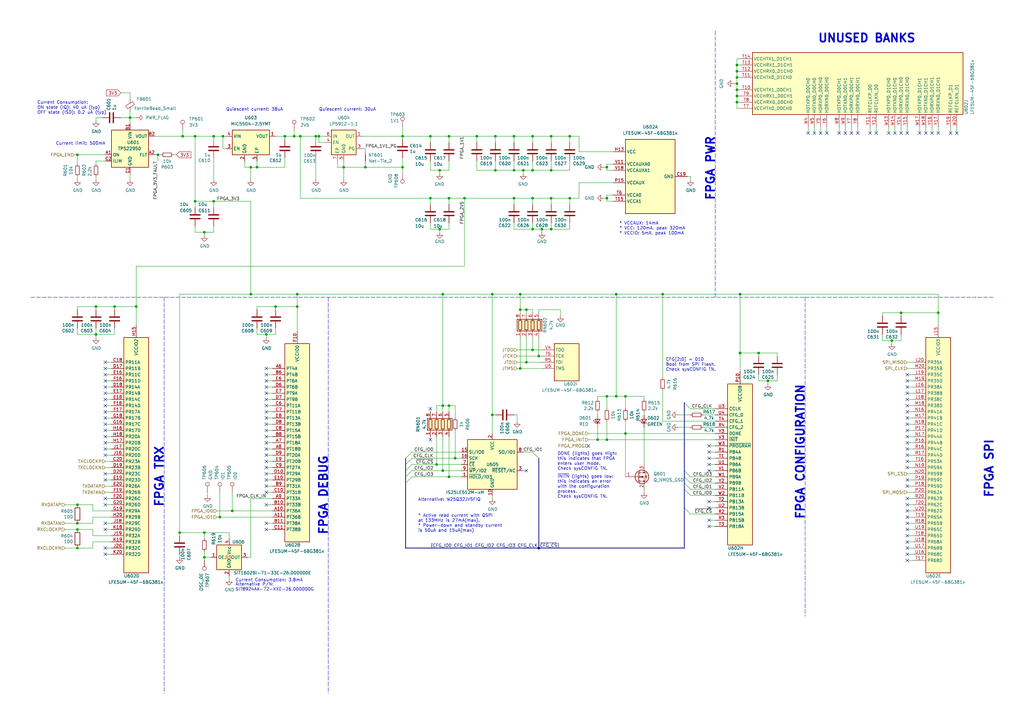
<source format=kicad_sch>
(kicad_sch (version 20211123) (generator eeschema)

  (uuid e6861313-0042-44a8-a0bd-deae1d0fda2f)

  (paper "A3")

  

  (junction (at 302.26 29.21) (diameter 0) (color 0 0 0 0)
    (uuid 015d8a49-10ae-4e19-9e70-b72c1af03708)
  )
  (junction (at 215.9 148.59) (diameter 0) (color 0 0 0 0)
    (uuid 01aa66ec-c204-46db-9471-dbd88931ac4e)
  )
  (junction (at 220.98 146.05) (diameter 0) (color 0 0 0 0)
    (uuid 07225783-ab49-4728-85df-08f87c8935aa)
  )
  (junction (at 210.82 81.28) (diameter 0) (color 0 0 0 0)
    (uuid 082728c1-1596-4b3b-921d-365462ccd9eb)
  )
  (junction (at 39.37 137.16) (diameter 0) (color 0 0 0 0)
    (uuid 09ff8530-714c-45c9-8c7a-26c93d48c5d9)
  )
  (junction (at 181.61 193.04) (diameter 0) (color 0 0 0 0)
    (uuid 0a97c494-9fa6-4758-b55d-ab0c1c9ae24c)
  )
  (junction (at 121.92 125.73) (diameter 0) (color 0 0 0 0)
    (uuid 0b0331f0-ad6e-45d6-b767-0f62f575797e)
  )
  (junction (at 226.06 81.28) (diameter 0) (color 0 0 0 0)
    (uuid 0d2491a5-6181-48a7-add2-ce28cae84fdd)
  )
  (junction (at 80.01 82.55) (diameter 0) (color 0 0 0 0)
    (uuid 0d3955d2-ec45-42f2-ad29-f7661bc81e71)
  )
  (junction (at 31.75 207.01) (diameter 0) (color 0 0 0 0)
    (uuid 0d486e1b-ec2a-4c13-b68c-5a8bc7fbed29)
  )
  (junction (at 248.92 68.58) (diameter 0) (color 0 0 0 0)
    (uuid 0fb1f718-13ff-4f2b-a411-e6e1551bb245)
  )
  (junction (at 195.58 55.88) (diameter 0) (color 0 0 0 0)
    (uuid 16d6c404-82f2-4808-841a-452320964eab)
  )
  (junction (at 248.92 162.56) (diameter 0) (color 0 0 0 0)
    (uuid 175a04b6-29eb-4bba-9e0a-ea2dc8a0d5c6)
  )
  (junction (at 73.66 218.44) (diameter 0) (color 0 0 0 0)
    (uuid 1d43f9c0-164a-4178-ae8a-5a62af377c4d)
  )
  (junction (at 130.81 55.88) (diameter 0) (color 0 0 0 0)
    (uuid 23ec8f2d-7860-42de-a0a2-c0a0c96c3dee)
  )
  (junction (at 252.73 162.56) (diameter 0) (color 0 0 0 0)
    (uuid 241141d8-eefb-4ed3-afda-7ac5b7738674)
  )
  (junction (at 184.15 81.28) (diameter 0) (color 0 0 0 0)
    (uuid 263d1178-f828-4149-9c45-f71b03b12e85)
  )
  (junction (at 31.75 217.17) (diameter 0) (color 0 0 0 0)
    (uuid 29c84d61-59a9-4bce-97ae-96a4ad953873)
  )
  (junction (at 176.53 55.88) (diameter 0) (color 0 0 0 0)
    (uuid 2b9c2ab6-f8b7-4ffb-8d71-50b870056aca)
  )
  (junction (at 181.61 120.65) (diameter 0) (color 0 0 0 0)
    (uuid 2bb526e2-1f77-49f6-b587-841a4f25e4b9)
  )
  (junction (at 226.06 93.98) (diameter 0) (color 0 0 0 0)
    (uuid 2f43ebac-3493-4a24-99fd-1f738ecd834b)
  )
  (junction (at 302.26 41.91) (diameter 0) (color 0 0 0 0)
    (uuid 309af090-80d0-471a-a9f8-2699c79d3160)
  )
  (junction (at 201.93 170.18) (diameter 0) (color 0 0 0 0)
    (uuid 32044e18-85d1-4706-8be5-fb03a25cd02b)
  )
  (junction (at 181.61 166.37) (diameter 0) (color 0 0 0 0)
    (uuid 32b5234c-818b-49f1-a2b7-7d2751860c55)
  )
  (junction (at 384.81 128.27) (diameter 0) (color 0 0 0 0)
    (uuid 350f2937-97c5-4530-9649-824c0ec67b0c)
  )
  (junction (at 165.1 68.58) (diameter 0) (color 0 0 0 0)
    (uuid 3772de85-8e0f-45b1-81ea-2104ddf4cec9)
  )
  (junction (at 83.82 218.44) (diameter 0) (color 0 0 0 0)
    (uuid 392d2075-8af3-405f-aa66-719b5a8b3345)
  )
  (junction (at 180.34 93.98) (diameter 0) (color 0 0 0 0)
    (uuid 3fd801ff-d97c-430b-9065-5c17c20e5123)
  )
  (junction (at 176.53 81.28) (diameter 0) (color 0 0 0 0)
    (uuid 474d91f8-4912-4d08-a30b-bdf6e5840aef)
  )
  (junction (at 220.98 224.79) (diameter 0) (color 0 0 0 0)
    (uuid 4881581d-dd9d-4882-93df-984b5b3f8000)
  )
  (junction (at 218.44 93.98) (diameter 0) (color 0 0 0 0)
    (uuid 48f8fb2b-5c2d-41cb-91e3-34126275c64f)
  )
  (junction (at 83.82 228.6) (diameter 0) (color 0 0 0 0)
    (uuid 4d819a31-f9aa-4662-a958-7d3cc3434aa9)
  )
  (junction (at 64.77 63.5) (diameter 0) (color 0 0 0 0)
    (uuid 4e58b0b2-2fa8-4706-a4dc-33665ff5d822)
  )
  (junction (at 303.53 120.65) (diameter 0) (color 0 0 0 0)
    (uuid 5186aa9c-3f8e-4f4b-95f5-c7da1855902e)
  )
  (junction (at 46.99 125.73) (diameter 0) (color 0 0 0 0)
    (uuid 53809074-8db8-4e18-a150-120940309410)
  )
  (junction (at 369.57 128.27) (diameter 0) (color 0 0 0 0)
    (uuid 543f7343-5964-4d0e-a5b3-eb451edd1b7a)
  )
  (junction (at 218.44 55.88) (diameter 0) (color 0 0 0 0)
    (uuid 57b99b92-9f82-4581-9106-defea394ccc3)
  )
  (junction (at 302.26 36.83) (diameter 0) (color 0 0 0 0)
    (uuid 589b7dd2-0205-4f2e-a79a-3f0cda7ed6f3)
  )
  (junction (at 184.15 55.88) (diameter 0) (color 0 0 0 0)
    (uuid 58a24151-b93e-418c-aec8-57b59c26a930)
  )
  (junction (at 140.97 68.58) (diameter 0) (color 0 0 0 0)
    (uuid 5e8e6715-3faa-41f3-a217-5270d010e5cd)
  )
  (junction (at 303.53 144.78) (diameter 0) (color 0 0 0 0)
    (uuid 667c348a-d139-4b04-acb5-5645964ed3b9)
  )
  (junction (at 123.19 55.88) (diameter 0) (color 0 0 0 0)
    (uuid 6b822e02-508e-48fc-ae6a-5b8535c98b54)
  )
  (junction (at 80.01 55.88) (diameter 0) (color 0 0 0 0)
    (uuid 6c6d74f2-c611-4ff8-ab33-056c67ccae2f)
  )
  (junction (at 226.06 69.85) (diameter 0) (color 0 0 0 0)
    (uuid 7208c6bc-a988-44d4-9c9a-e3ab5fa80c38)
  )
  (junction (at 87.63 55.88) (diameter 0) (color 0 0 0 0)
    (uuid 77dd8ad7-adcb-4643-b9df-382975cd5213)
  )
  (junction (at 31.75 214.63) (diameter 0) (color 0 0 0 0)
    (uuid 7d551cc8-80c5-40d0-a988-3a7d0922c903)
  )
  (junction (at 233.68 55.88) (diameter 0) (color 0 0 0 0)
    (uuid 7e47ee72-eea1-4946-878a-45c4ab4f3e3c)
  )
  (junction (at 105.41 68.58) (diameter 0) (color 0 0 0 0)
    (uuid 7f219e85-8bbc-4683-9db4-ae3e439b4b5b)
  )
  (junction (at 55.88 125.73) (diameter 0) (color 0 0 0 0)
    (uuid 7f753df1-6b84-4154-a786-49888fedb803)
  )
  (junction (at 248.92 180.34) (diameter 0) (color 0 0 0 0)
    (uuid 811cd69f-4dd8-47a7-a303-0ca36cee248f)
  )
  (junction (at 109.22 137.16) (diameter 0) (color 0 0 0 0)
    (uuid 82494344-2f2c-4de0-a7fd-72a6a0647225)
  )
  (junction (at 102.87 68.58) (diameter 0) (color 0 0 0 0)
    (uuid 82c61167-643f-4fa4-9de3-f6f706bb8ba4)
  )
  (junction (at 213.36 120.65) (diameter 0) (color 0 0 0 0)
    (uuid 8629f088-ad32-41b1-b2c0-e166d87217e4)
  )
  (junction (at 218.44 69.85) (diameter 0) (color 0 0 0 0)
    (uuid 87626367-2304-4ed0-b451-61be4738fb77)
  )
  (junction (at 149.86 68.58) (diameter 0) (color 0 0 0 0)
    (uuid 89216b3d-8741-4e99-8d95-8cd4e06825c1)
  )
  (junction (at 213.36 151.13) (diameter 0) (color 0 0 0 0)
    (uuid 8a5d9b85-7762-4fea-840d-0540048f2180)
  )
  (junction (at 271.78 120.65) (diameter 0) (color 0 0 0 0)
    (uuid 8ab6a98d-3da8-4eae-b246-010cfaacbb09)
  )
  (junction (at 215.9 127) (diameter 0) (color 0 0 0 0)
    (uuid 8b7f94d2-c45d-4849-bceb-9c9c73d0c095)
  )
  (junction (at 314.96 156.21) (diameter 0) (color 0 0 0 0)
    (uuid 8c315a62-8d5b-41dc-9589-396ebc61c194)
  )
  (junction (at 203.2 69.85) (diameter 0) (color 0 0 0 0)
    (uuid 8ef5e007-66b6-4278-ac01-83339d8e5995)
  )
  (junction (at 39.37 125.73) (diameter 0) (color 0 0 0 0)
    (uuid 900f2a37-e72f-479b-816d-6716ba4b9f27)
  )
  (junction (at 203.2 55.88) (diameter 0) (color 0 0 0 0)
    (uuid 9c594d4c-0b81-492b-ad28-bc108def6dfa)
  )
  (junction (at 31.75 224.79) (diameter 0) (color 0 0 0 0)
    (uuid 9d835ca6-eab2-430e-8507-201b163d4a71)
  )
  (junction (at 120.65 55.88) (diameter 0) (color 0 0 0 0)
    (uuid 9d88d158-53ba-46e7-84f9-976c973aa56e)
  )
  (junction (at 311.15 144.78) (diameter 0) (color 0 0 0 0)
    (uuid 9e618698-f1bc-4f78-9b97-92aace28e15f)
  )
  (junction (at 90.17 212.09) (diameter 0) (color 0 0 0 0)
    (uuid a844a060-e560-4c5a-af7b-0b1046e597fb)
  )
  (junction (at 179.07 190.5) (diameter 0) (color 0 0 0 0)
    (uuid a8a40f41-66c9-46f2-8cd4-d1c19a83ed77)
  )
  (junction (at 213.36 127) (diameter 0) (color 0 0 0 0)
    (uuid a8a6c6ab-e734-47dd-87c0-f155e00cf612)
  )
  (junction (at 74.93 55.88) (diameter 0) (color 0 0 0 0)
    (uuid a91fa13e-bea9-4e69-9a5f-f6d4aa719767)
  )
  (junction (at 256.54 177.8) (diameter 0) (color 0 0 0 0)
    (uuid aa77a0ad-aac3-4734-9015-ed94cd1af9fe)
  )
  (junction (at 83.82 95.25) (diameter 0) (color 0 0 0 0)
    (uuid abc16d80-4a9d-483f-bc3e-0b9dca49f826)
  )
  (junction (at 248.92 81.28) (diameter 0) (color 0 0 0 0)
    (uuid ae3fa487-99c2-406a-893b-2345b2079711)
  )
  (junction (at 184.15 195.58) (diameter 0) (color 0 0 0 0)
    (uuid ba0946b6-4288-4422-b81a-9ca506e3a96e)
  )
  (junction (at 252.73 120.65) (diameter 0) (color 0 0 0 0)
    (uuid bed2f8e2-b64f-4424-97ef-13e997f59ce2)
  )
  (junction (at 233.68 81.28) (diameter 0) (color 0 0 0 0)
    (uuid c19e6f1b-73ce-443b-81a6-0b8fb8bce685)
  )
  (junction (at 302.26 31.75) (diameter 0) (color 0 0 0 0)
    (uuid c2f168e7-1d61-4706-946e-287606204505)
  )
  (junction (at 186.69 187.96) (diameter 0) (color 0 0 0 0)
    (uuid c3e0acc9-548b-46f7-aa45-012024456523)
  )
  (junction (at 210.82 55.88) (diameter 0) (color 0 0 0 0)
    (uuid c4a5d0cb-a843-4b71-a857-3ce5db99dcc7)
  )
  (junction (at 222.25 93.98) (diameter 0) (color 0 0 0 0)
    (uuid c9f6c641-2ff3-4d75-a806-2f5278082e8f)
  )
  (junction (at 256.54 162.56) (diameter 0) (color 0 0 0 0)
    (uuid caf935bd-1e71-41ca-84e2-5c51f56be8a2)
  )
  (junction (at 53.34 48.26) (diameter 0) (color 0 0 0 0)
    (uuid cb365aa4-48fc-4ba2-bfcf-9c6f87c95039)
  )
  (junction (at 165.1 55.88) (diameter 0) (color 0 0 0 0)
    (uuid cc0d15d6-5505-4639-8721-76167e8ddc8d)
  )
  (junction (at 245.11 180.34) (diameter 0) (color 0 0 0 0)
    (uuid cd7a2132-bd59-4811-9e89-d10c1bfed2df)
  )
  (junction (at 365.76 139.7) (diameter 0) (color 0 0 0 0)
    (uuid cee4fc39-0973-45b2-8fb5-498097c5ee22)
  )
  (junction (at 116.84 55.88) (diameter 0) (color 0 0 0 0)
    (uuid d0134b57-dfae-49d9-a32f-12a6e3a6bbba)
  )
  (junction (at 180.34 69.85) (diameter 0) (color 0 0 0 0)
    (uuid d085d73e-e22b-424b-930b-d712f9d45991)
  )
  (junction (at 87.63 82.55) (diameter 0) (color 0 0 0 0)
    (uuid d122dbff-d219-4548-af83-e3842a6745fa)
  )
  (junction (at 210.82 69.85) (diameter 0) (color 0 0 0 0)
    (uuid d545967e-8eb9-42d3-8c93-4f8e99d2b86c)
  )
  (junction (at 129.54 55.88) (diameter 0) (color 0 0 0 0)
    (uuid d8289ceb-0cbc-4407-b6da-63c6ce14a596)
  )
  (junction (at 226.06 55.88) (diameter 0) (color 0 0 0 0)
    (uuid e143187b-4489-4598-8974-9bf7c3b9056f)
  )
  (junction (at 184.15 166.37) (diameter 0) (color 0 0 0 0)
    (uuid e2a96a11-26fd-435b-aa4d-b9f802b462d7)
  )
  (junction (at 31.75 63.5) (diameter 0) (color 0 0 0 0)
    (uuid ec45c837-529c-45d3-94cb-18f8f6c213b7)
  )
  (junction (at 214.63 69.85) (diameter 0) (color 0 0 0 0)
    (uuid f3f00ca7-0980-4aad-88ea-ad6a37d99bd5)
  )
  (junction (at 218.44 143.51) (diameter 0) (color 0 0 0 0)
    (uuid f4f53f11-e45d-4a95-af8c-6f5814139d22)
  )
  (junction (at 95.25 209.55) (diameter 0) (color 0 0 0 0)
    (uuid f5d947e0-1a40-4be1-b537-55484539f42b)
  )
  (junction (at 201.93 120.65) (diameter 0) (color 0 0 0 0)
    (uuid f6140a48-676c-466c-892d-90e0c1252456)
  )
  (junction (at 113.03 125.73) (diameter 0) (color 0 0 0 0)
    (uuid f6e24a42-e21b-4472-a53f-0c68bf5b725c)
  )
  (junction (at 302.26 26.67) (diameter 0) (color 0 0 0 0)
    (uuid f7ca5290-a5d5-484d-9c2f-2d74b074fc9d)
  )
  (junction (at 190.5 81.28) (diameter 0) (color 0 0 0 0)
    (uuid f8e9b383-da90-47b7-8581-25ba2f8cb27e)
  )
  (junction (at 302.26 34.29) (diameter 0) (color 0 0 0 0)
    (uuid f9cebe2c-53f4-44bc-9972-631a005389db)
  )
  (junction (at 102.87 120.65) (diameter 0) (color 0 0 0 0)
    (uuid fb0e24bd-ac78-44cb-8b32-8ae8bfe081cb)
  )
  (junction (at 302.26 39.37) (diameter 0) (color 0 0 0 0)
    (uuid fc183d27-6103-4185-b267-2883ea678f58)
  )
  (junction (at 121.92 120.65) (diameter 0) (color 0 0 0 0)
    (uuid fcce69bc-33c3-4996-ba5b-c1eda94e7634)
  )
  (junction (at 91.44 55.88) (diameter 0) (color 0 0 0 0)
    (uuid fd80188d-0086-479b-a640-c7643d11364b)
  )
  (junction (at 218.44 81.28) (diameter 0) (color 0 0 0 0)
    (uuid fdf9f1e0-ce8a-4ecb-9472-5adf8bfe8e67)
  )

  (no_connect (at 43.18 151.13) (uuid 0087fb22-ba0c-4acc-b8bc-9fdd9623d4bf))
  (no_connect (at 43.18 204.47) (uuid 092bc9ec-e3c7-4eae-b7f7-77b94e386478))
  (no_connect (at 356.87 54.61) (uuid 0c98e987-c025-4634-a5df-d3d1ab517326))
  (no_connect (at 43.18 184.15) (uuid 0d616157-6bdf-45aa-bced-1021f97957e2))
  (no_connect (at 43.18 176.53) (uuid 0d616157-6bdf-45aa-bced-1021f97957e3))
  (no_connect (at 43.18 179.07) (uuid 0d616157-6bdf-45aa-bced-1021f97957e4))
  (no_connect (at 43.18 181.61) (uuid 0d616157-6bdf-45aa-bced-1021f97957e5))
  (no_connect (at 215.9 193.04) (uuid 0d97e9cd-c31a-4ad5-a968-c012e35fc182))
  (no_connect (at 109.22 156.21) (uuid 12bb232f-8d44-416d-9f9a-c3817e1f9a82))
  (no_connect (at 339.09 54.61) (uuid 16858b84-962e-4c0c-9029-c64eef86a02c))
  (no_connect (at 109.22 207.01) (uuid 17062b70-c549-4bcd-b5f3-6b5f30bea7aa))
  (no_connect (at 176.53 180.34) (uuid 17810d0d-3add-4b7d-8acf-f81a3c191f45))
  (no_connect (at 109.22 166.37) (uuid 1856bedc-4340-4752-b096-e6d8f5bcf31b))
  (no_connect (at 109.22 153.67) (uuid 1b346ad8-49c1-4d9a-9e92-c03d189ee1dd))
  (no_connect (at 43.18 214.63) (uuid 20d1812c-cd35-4c64-908b-bbd37c456360))
  (no_connect (at 109.22 161.29) (uuid 20d359e1-1836-4cbc-af2f-3630566df0d0))
  (no_connect (at 372.11 54.61) (uuid 25814e56-9bc7-4124-9394-9ee29271646d))
  (no_connect (at 43.18 217.17) (uuid 27d1c3c8-1813-43b9-877b-d67d9b61a694))
  (no_connect (at 359.41 54.61) (uuid 28f20c3f-016b-4f4b-88bc-c446babd0389))
  (no_connect (at 349.25 54.61) (uuid 2e5814b0-7418-4d8b-9225-5761e57effce))
  (no_connect (at 109.22 179.07) (uuid 2f4cdc79-030c-4165-a024-a7947d41e2fa))
  (no_connect (at 109.22 186.69) (uuid 39110e7c-525d-47be-9ab5-6a9c05261880))
  (no_connect (at 43.18 224.79) (uuid 39507dbc-d91c-4e92-a89e-2259b7223eca))
  (no_connect (at 43.18 158.75) (uuid 3edb3167-e45b-49a4-a46e-0c3b66c8794c))
  (no_connect (at 290.83 208.28) (uuid 44d1208f-3dab-4b1f-a881-04d6516bd03a))
  (no_connect (at 43.18 168.91) (uuid 469a0a3e-9e33-4569-a802-6a64c4500215))
  (no_connect (at 372.11 196.85) (uuid 46a55358-869e-448a-9422-f86b68b54aab))
  (no_connect (at 372.11 212.09) (uuid 4a62429e-02c3-4ecf-bc90-f1d28c069c07))
  (no_connect (at 372.11 229.87) (uuid 4f494835-fc7e-4e89-a5b4-d48a8e11a5fd))
  (no_connect (at 109.22 191.77) (uuid 532043c0-7b92-4671-9c04-5a267bef43fd))
  (no_connect (at 379.73 54.61) (uuid 56fc22f7-a334-4b7b-b893-802d803a388f))
  (no_connect (at 372.11 176.53) (uuid 5b2c0840-bba1-4448-9d77-41960066645a))
  (no_connect (at 346.71 54.61) (uuid 5bd02ad9-616e-438d-8947-657b03c8fdf8))
  (no_connect (at 241.3 182.88) (uuid 5cef7952-c5d9-4b64-8654-67db4abb18c3))
  (no_connect (at 109.22 199.39) (uuid 5d18cfa1-cd09-446a-be68-ac5734008cfe))
  (no_connect (at 290.83 185.42) (uuid 5f980097-c3af-4712-b759-d76150575b23))
  (no_connect (at 109.22 189.23) (uuid 61a081bd-8501-47d3-bd39-7d1a0c21cff0))
  (no_connect (at 372.11 171.45) (uuid 65074c18-deab-4aca-88a4-72ce1634165f))
  (no_connect (at 364.49 54.61) (uuid 650df6eb-3cb5-452a-8dff-7e9860a6c5b1))
  (no_connect (at 43.18 156.21) (uuid 65ec770c-f207-4c98-84df-4fface0e5735))
  (no_connect (at 334.01 54.61) (uuid 660f8cb0-4756-4d03-a17a-91deb7529503))
  (no_connect (at 372.11 217.17) (uuid 663bbef1-fd08-4c8a-a945-7054cdc2f2c9))
  (no_connect (at 372.11 184.15) (uuid 66ede1ef-7c1c-4ff2-82ca-7cf73655f228))
  (no_connect (at 372.11 163.83) (uuid 6f0cb922-73ea-46e7-a128-208111af6110))
  (no_connect (at 372.11 158.75) (uuid 74a55201-e234-43d3-8a5a-339255480e2f))
  (no_connect (at 290.83 182.88) (uuid 74de4f60-8e78-40c1-a3fb-3b6879fff038))
  (no_connect (at 43.18 227.33) (uuid 7a9ccfdf-f203-42e3-a246-c7952ed42301))
  (no_connect (at 109.22 194.31) (uuid 7c2c06b3-79e4-4293-931d-2fa96c3a5eb8))
  (no_connect (at 392.43 54.61) (uuid 7e4f8b88-6c4b-4ba5-bc05-ae0251584d83))
  (no_connect (at 372.11 168.91) (uuid 8094617f-b5b0-409e-aa0c-941eeca59e40))
  (no_connect (at 43.18 163.83) (uuid 8511434d-1111-416b-b59e-7f7fab3537d6))
  (no_connect (at 43.18 161.29) (uuid 878ae374-4f73-4474-bde8-ea148af29188))
  (no_connect (at 384.81 54.61) (uuid 879cafa2-6b51-4ef1-aceb-a656f504a7db))
  (no_connect (at 372.11 186.69) (uuid 8a7d86a7-dba0-4a8f-96f6-d016c3c4232e))
  (no_connect (at 290.83 205.74) (uuid 8fd6b421-fd42-4b9c-9ec5-7fe6ad287c38))
  (no_connect (at 382.27 54.61) (uuid 935be522-7bfc-4865-ac3c-5ec78d38615f))
  (no_connect (at 43.18 171.45) (uuid 952ad99e-d3ed-4ada-99ce-e2c704402aab))
  (no_connect (at 367.03 54.61) (uuid 9675bcba-4001-4c4f-af07-32a85229f5c2))
  (no_connect (at 372.11 214.63) (uuid 98cf457e-3f0c-4c64-8586-1a923812d044))
  (no_connect (at 176.53 167.64) (uuid 99c140b3-14bb-42d7-bae0-3da14f101fb6))
  (no_connect (at 372.11 207.01) (uuid 9ad7ef5f-b3cc-4cac-a233-227d5724471d))
  (no_connect (at 109.22 173.99) (uuid 9eb7170b-3da1-457a-910a-997869bded1a))
  (no_connect (at 43.18 148.59) (uuid 9ec70d98-75ce-4ab7-9e1f-60ef736cb193))
  (no_connect (at 372.11 156.21) (uuid 9fcde7a3-81fe-42a1-8d2d-31bba7370bf3))
  (no_connect (at 109.22 171.45) (uuid a00238f5-72d6-40e7-b73e-3ffd08ceee7e))
  (no_connect (at 109.22 196.85) (uuid a0a81c39-62ab-483b-92e8-438842cf19fc))
  (no_connect (at 336.55 54.61) (uuid a1ea9e06-ed8a-4942-82a7-221567c6c412))
  (no_connect (at 377.19 54.61) (uuid a4413f7c-ef15-4c3e-8922-4bd0bfe13b42))
  (no_connect (at 109.22 214.63) (uuid a4c425eb-bed1-45ee-b82e-843c4bdddef2))
  (no_connect (at 109.22 184.15) (uuid a4c425eb-bed1-45ee-b82e-843c4bdddef3))
  (no_connect (at 109.22 181.61) (uuid a4c425eb-bed1-45ee-b82e-843c4bdddef4))
  (no_connect (at 109.22 151.13) (uuid a4c425eb-bed1-45ee-b82e-843c4bdddef5))
  (no_connect (at 43.18 166.37) (uuid a5f92b36-b8f4-4a10-90da-5695567ef3ec))
  (no_connect (at 372.11 219.71) (uuid a8d64fcc-84cb-4645-a06d-f5d6c0614188))
  (no_connect (at 372.11 224.79) (uuid ac2f3eb5-9193-4a6c-bab6-d1de91fe5122))
  (no_connect (at 109.22 158.75) (uuid b1011abf-258e-4cab-a44d-332b4651c3f5))
  (no_connect (at 372.11 191.77) (uuid b386f7b1-7713-411b-947f-189405a3093e))
  (no_connect (at 389.89 54.61) (uuid bd77d4da-2421-46eb-9c83-3023827bf9fd))
  (no_connect (at 290.83 190.5) (uuid be7de968-33ef-4f91-8b12-f0d3a2050b4c))
  (no_connect (at 372.11 166.37) (uuid c09de27f-2e2f-46f1-8191-7276776e19c7))
  (no_connect (at 372.11 199.39) (uuid c15b4b76-532a-4591-a2d0-e41ee73af402))
  (no_connect (at 372.11 161.29) (uuid c2995412-0125-46b5-84e5-f87417db8fb5))
  (no_connect (at 109.22 168.91) (uuid c5674969-13d8-40d2-99ca-df9adcd5445d))
  (no_connect (at 109.22 201.93) (uuid c6c4013d-3700-4ed7-9261-acfb9c8eeaa7))
  (no_connect (at 372.11 204.47) (uuid ca537b4c-1b97-49ee-ac71-ec3ea5a88d0c))
  (no_connect (at 351.79 54.61) (uuid cc3d9289-a007-4614-9162-46212988df32))
  (no_connect (at 372.11 153.67) (uuid cc8c69b3-aa61-46a2-8707-33a06e5ceb64))
  (no_connect (at 109.22 163.83) (uuid cdd6a1ea-c980-432f-ae87-d2e371cec527))
  (no_connect (at 344.17 54.61) (uuid cf536c01-1fe3-48e2-9066-91e69081eba0))
  (no_connect (at 43.18 196.85) (uuid d2a1dfde-6514-44a0-868d-aeae5393d2b9))
  (no_connect (at 290.83 213.36) (uuid d5984c9f-d7d6-4880-9ccf-8cd0f0739db2))
  (no_connect (at 43.18 173.99) (uuid d6e25b57-4f73-4a9e-96e1-2afe3109a444))
  (no_connect (at 372.11 173.99) (uuid db7f66fa-4eeb-4477-9368-10ee1e745e49))
  (no_connect (at 290.83 187.96) (uuid dc7a756e-09f4-4e54-84a6-91b102dbd2de))
  (no_connect (at 290.83 193.04) (uuid e08881a7-ea9c-46a7-bd76-7c0809750c00))
  (no_connect (at 369.57 54.61) (uuid e10e3766-2759-42b0-b3de-138cc1d6adc1))
  (no_connect (at 43.18 153.67) (uuid e3394ed9-1c21-4e5c-bcea-5e971d8a7cf7))
  (no_connect (at 331.47 54.61) (uuid e450052a-bfe2-4805-9f49-d5cbba0a81b5))
  (no_connect (at 372.11 179.07) (uuid ebce05d2-d89b-420c-b351-2bdc186b5cc8))
  (no_connect (at 290.83 215.9) (uuid ede8c8b8-df9b-4773-bea5-99eda1e39312))
  (no_connect (at 109.22 217.17) (uuid f3e9a2b1-bb51-4ad1-8079-e7d788831e63))
  (no_connect (at 43.18 194.31) (uuid f5ab30bd-8933-4d63-90be-5a945f7dcc81))
  (no_connect (at 43.18 207.01) (uuid f62364e9-06e8-4878-a9f6-c9fb562d98a1))
  (no_connect (at 372.11 222.25) (uuid f6abe4b5-a725-425c-bde0-f172f1b01087))
  (no_connect (at 43.18 186.69) (uuid f76de2de-56c9-4236-84f0-f5b7fc28e87a))
  (no_connect (at 372.11 189.23) (uuid f7b46ddd-60e6-4ceb-b8cd-b319edc41f8b))
  (no_connect (at 372.11 181.61) (uuid f863b979-0ed1-4bed-b8dc-87f193e58019))
  (no_connect (at 372.11 227.33) (uuid fc6d13b8-4885-45b8-9095-429151115516))
  (no_connect (at 109.22 176.53) (uuid fdcc1581-186c-4c19-b4e5-135f15587d55))
  (no_connect (at 372.11 209.55) (uuid fed14461-b754-4d56-b372-78112a52b7d2))

  (bus_entry (at 280.67 198.12) (size 2.54 2.54)
    (stroke (width 0) (type default) (color 0 0 0 0))
    (uuid 1298f126-2352-48f2-825f-de17742fc4db)
  )
  (bus_entry (at 166.37 198.12) (size 2.54 -2.54)
    (stroke (width 0) (type default) (color 0 0 0 0))
    (uuid 23b51995-fe23-4d97-a066-5f4147818f87)
  )
  (bus_entry (at 218.44 185.42) (size 2.54 2.54)
    (stroke (width 0) (type default) (color 0 0 0 0))
    (uuid 665861bb-3c85-43bc-9dc7-9c72219f317e)
  )
  (bus_entry (at 280.67 200.66) (size 2.54 2.54)
    (stroke (width 0) (type default) (color 0 0 0 0))
    (uuid 75a9480d-8ac3-41df-9f4f-5d9ed7a1782e)
  )
  (bus_entry (at 166.37 195.58) (size 2.54 -2.54)
    (stroke (width 0) (type default) (color 0 0 0 0))
    (uuid 785dddf9-3cf0-4e85-8632-1a314bbc34b2)
  )
  (bus_entry (at 280.67 193.04) (size 2.54 2.54)
    (stroke (width 0) (type default) (color 0 0 0 0))
    (uuid 8ce16e23-12f4-46be-951f-c046f1bd3479)
  )
  (bus_entry (at 280.67 195.58) (size 2.54 2.54)
    (stroke (width 0) (type default) (color 0 0 0 0))
    (uuid ae509cef-b2d4-4701-bd39-f4d022ead86d)
  )
  (bus_entry (at 166.37 190.5) (size 2.54 -2.54)
    (stroke (width 0) (type default) (color 0 0 0 0))
    (uuid cc888799-c0b4-4c79-87f8-a4a62f5d81d0)
  )
  (bus_entry (at 166.37 193.04) (size 2.54 -2.54)
    (stroke (width 0) (type default) (color 0 0 0 0))
    (uuid cc888799-c0b4-4c79-87f8-a4a62f5d81d1)
  )
  (bus_entry (at 168.91 185.42) (size -2.54 2.54)
    (stroke (width 0) (type default) (color 0 0 0 0))
    (uuid cc888799-c0b4-4c79-87f8-a4a62f5d81d2)
  )
  (bus_entry (at 280.67 208.28) (size 2.54 2.54)
    (stroke (width 0) (type default) (color 0 0 0 0))
    (uuid dbd2f208-6165-4a10-afab-a9eb941486a4)
  )
  (bus_entry (at 280.67 165.1) (size 2.54 2.54)
    (stroke (width 0) (type default) (color 0 0 0 0))
    (uuid fe7571cb-0e18-4010-9006-7209546aee72)
  )

  (wire (pts (xy 100.33 68.58) (xy 102.87 68.58))
    (stroke (width 0) (type default) (color 0 0 0 0))
    (uuid 000a7a28-d287-471c-aa9b-2f3ff3fe4f62)
  )
  (wire (pts (xy 201.93 170.18) (xy 203.2 170.18))
    (stroke (width 0) (type default) (color 0 0 0 0))
    (uuid 007a2dd6-2206-470e-8f15-efafeccccf3a)
  )
  (wire (pts (xy 303.53 44.45) (xy 302.26 44.45))
    (stroke (width 0) (type default) (color 0 0 0 0))
    (uuid 011126bb-ae88-4d25-a1da-ede22aa5529c)
  )
  (wire (pts (xy 203.2 69.85) (xy 210.82 69.85))
    (stroke (width 0) (type default) (color 0 0 0 0))
    (uuid 027be7fd-b456-4bdc-8405-7bd7824b9d3c)
  )
  (wire (pts (xy 26.67 217.17) (xy 31.75 217.17))
    (stroke (width 0) (type default) (color 0 0 0 0))
    (uuid 03637e18-e11c-4b9f-90f4-25e02d3e8f6b)
  )
  (wire (pts (xy 271.78 120.65) (xy 303.53 120.65))
    (stroke (width 0) (type default) (color 0 0 0 0))
    (uuid 04033699-6db0-441b-8bf7-eec0c4b3b674)
  )
  (wire (pts (xy 233.68 93.98) (xy 233.68 91.44))
    (stroke (width 0) (type default) (color 0 0 0 0))
    (uuid 0408e91b-4ff1-40da-a555-48aeb55678a3)
  )
  (wire (pts (xy 372.11 214.63) (xy 374.65 214.63))
    (stroke (width 0) (type default) (color 0 0 0 0))
    (uuid 0422b8be-b7e9-4092-bbe7-f2c8abaef015)
  )
  (wire (pts (xy 247.65 81.28) (xy 248.92 81.28))
    (stroke (width 0) (type default) (color 0 0 0 0))
    (uuid 04819c47-78fd-4566-9d0c-a7917acb0fc6)
  )
  (wire (pts (xy 372.11 199.39) (xy 374.65 199.39))
    (stroke (width 0) (type default) (color 0 0 0 0))
    (uuid 04b9a540-7d4d-4ad2-863b-3a5d6df98179)
  )
  (wire (pts (xy 74.93 55.88) (xy 80.01 55.88))
    (stroke (width 0) (type default) (color 0 0 0 0))
    (uuid 04c4fb41-70df-48bb-b70e-ec602eaa908c)
  )
  (wire (pts (xy 283.21 195.58) (xy 293.37 195.58))
    (stroke (width 0) (type default) (color 0 0 0 0))
    (uuid 04e1fb0d-fb90-4b59-8c10-a2e6b65a5e0f)
  )
  (wire (pts (xy 91.44 60.96) (xy 92.71 60.96))
    (stroke (width 0) (type default) (color 0 0 0 0))
    (uuid 0527e7fb-d830-428e-8edd-12be002c6816)
  )
  (wire (pts (xy 372.11 151.13) (xy 374.65 151.13))
    (stroke (width 0) (type default) (color 0 0 0 0))
    (uuid 05776c4a-5b31-4c40-afad-88d6cb5cde6d)
  )
  (wire (pts (xy 302.26 39.37) (xy 303.53 39.37))
    (stroke (width 0) (type default) (color 0 0 0 0))
    (uuid 067735cf-7010-4a70-b732-351b164a2169)
  )
  (wire (pts (xy 195.58 55.88) (xy 203.2 55.88))
    (stroke (width 0) (type default) (color 0 0 0 0))
    (uuid 070218f1-c0b9-47d3-8494-9f5ba601f8f1)
  )
  (wire (pts (xy 248.92 80.01) (xy 251.46 80.01))
    (stroke (width 0) (type default) (color 0 0 0 0))
    (uuid 076e2297-1cf9-4d98-99e1-3678c817b474)
  )
  (wire (pts (xy 73.66 120.65) (xy 73.66 218.44))
    (stroke (width 0) (type default) (color 0 0 0 0))
    (uuid 08a4df9e-21eb-4281-8712-e128e191f2dc)
  )
  (wire (pts (xy 210.82 91.44) (xy 210.82 93.98))
    (stroke (width 0) (type default) (color 0 0 0 0))
    (uuid 08e3b1d0-8d2b-47e7-8df6-32d62de82992)
  )
  (wire (pts (xy 109.22 181.61) (xy 111.76 181.61))
    (stroke (width 0) (type default) (color 0 0 0 0))
    (uuid 09033c23-8490-4e5c-b958-1ecb82045303)
  )
  (wire (pts (xy 303.53 120.65) (xy 384.81 120.65))
    (stroke (width 0) (type default) (color 0 0 0 0))
    (uuid 0914d190-1573-471d-ab25-0ea5e2a38869)
  )
  (wire (pts (xy 26.67 207.01) (xy 31.75 207.01))
    (stroke (width 0) (type default) (color 0 0 0 0))
    (uuid 0923fc8c-f40c-4491-87fe-a32c6de91bcd)
  )
  (wire (pts (xy 102.87 68.58) (xy 102.87 73.66))
    (stroke (width 0) (type default) (color 0 0 0 0))
    (uuid 0964d174-52d1-4fe3-a375-df81f4eecf32)
  )
  (wire (pts (xy 264.16 162.56) (xy 256.54 162.56))
    (stroke (width 0) (type default) (color 0 0 0 0))
    (uuid 098da118-9076-4855-b433-1fb81c3b9831)
  )
  (wire (pts (xy 237.49 74.93) (xy 237.49 81.28))
    (stroke (width 0) (type default) (color 0 0 0 0))
    (uuid 0a090dea-d9bb-4ecb-8369-5450bdeedb0a)
  )
  (wire (pts (xy 288.29 170.18) (xy 293.37 170.18))
    (stroke (width 0) (type default) (color 0 0 0 0))
    (uuid 0a0efa78-3dbd-44e2-9cac-bbbc1514cb4a)
  )
  (wire (pts (xy 212.09 170.18) (xy 212.09 172.72))
    (stroke (width 0) (type default) (color 0 0 0 0))
    (uuid 0a428af4-d960-4f7c-a083-504057c1e819)
  )
  (wire (pts (xy 140.97 68.58) (xy 140.97 73.66))
    (stroke (width 0) (type default) (color 0 0 0 0))
    (uuid 0ab7c964-aa65-4f98-99d4-7065a22564c5)
  )
  (wire (pts (xy 237.49 74.93) (xy 251.46 74.93))
    (stroke (width 0) (type default) (color 0 0 0 0))
    (uuid 0ae36132-572d-4eee-b277-0e8a48bcf201)
  )
  (wire (pts (xy 93.98 236.22) (xy 93.98 237.49))
    (stroke (width 0) (type default) (color 0 0 0 0))
    (uuid 0dfd3030-be04-4d31-ab7a-5e9d80308efc)
  )
  (wire (pts (xy 184.15 179.07) (xy 184.15 195.58))
    (stroke (width 0) (type default) (color 0 0 0 0))
    (uuid 0e475c27-688f-4e55-a388-4c84998966b4)
  )
  (wire (pts (xy 203.2 69.85) (xy 203.2 66.04))
    (stroke (width 0) (type default) (color 0 0 0 0))
    (uuid 0f7f6628-a60e-41ca-974f-c8f19e1f7cee)
  )
  (wire (pts (xy 290.83 213.36) (xy 293.37 213.36))
    (stroke (width 0) (type default) (color 0 0 0 0))
    (uuid 10b73343-3a3a-4377-b401-04c4334fea4e)
  )
  (wire (pts (xy 105.41 66.04) (xy 105.41 68.58))
    (stroke (width 0) (type default) (color 0 0 0 0))
    (uuid 113bb107-b581-4359-b68c-6e9f399b0c9c)
  )
  (wire (pts (xy 83.82 218.44) (xy 83.82 220.98))
    (stroke (width 0) (type default) (color 0 0 0 0))
    (uuid 116f0b71-d5d7-4690-a677-68fa8ebbc7ce)
  )
  (wire (pts (xy 43.18 224.79) (xy 45.72 224.79))
    (stroke (width 0) (type default) (color 0 0 0 0))
    (uuid 12236ce1-b1d9-4ab2-93b0-cfa25b714ba6)
  )
  (wire (pts (xy 148.59 55.88) (xy 165.1 55.88))
    (stroke (width 0) (type default) (color 0 0 0 0))
    (uuid 12631fd5-c468-49ea-999c-20bf1673d5f7)
  )
  (wire (pts (xy 210.82 58.42) (xy 210.82 55.88))
    (stroke (width 0) (type default) (color 0 0 0 0))
    (uuid 1372a694-f677-44fe-b4dd-0a71f342334f)
  )
  (wire (pts (xy 218.44 58.42) (xy 218.44 55.88))
    (stroke (width 0) (type default) (color 0 0 0 0))
    (uuid 143caf48-02aa-40bb-904f-1fdda2322c30)
  )
  (wire (pts (xy 372.11 156.21) (xy 374.65 156.21))
    (stroke (width 0) (type default) (color 0 0 0 0))
    (uuid 1469b781-0171-4e77-8e40-950a380a0db2)
  )
  (wire (pts (xy 116.84 57.15) (xy 116.84 55.88))
    (stroke (width 0) (type default) (color 0 0 0 0))
    (uuid 147e57f3-09c1-4883-bb5d-2e2d921a0789)
  )
  (wire (pts (xy 245.11 180.34) (xy 248.92 180.34))
    (stroke (width 0) (type default) (color 0 0 0 0))
    (uuid 148914fb-24cd-4620-8dcf-48009551ad5c)
  )
  (wire (pts (xy 372.11 153.67) (xy 374.65 153.67))
    (stroke (width 0) (type default) (color 0 0 0 0))
    (uuid 14bd4efb-f471-4ac6-865a-a60d9f817d90)
  )
  (wire (pts (xy 264.16 175.26) (xy 264.16 190.5))
    (stroke (width 0) (type default) (color 0 0 0 0))
    (uuid 14e5c329-6fc9-49e6-8c2c-39adc3fa7bae)
  )
  (wire (pts (xy 186.69 187.96) (xy 189.23 187.96))
    (stroke (width 0) (type default) (color 0 0 0 0))
    (uuid 1511e26f-5b40-4858-b87d-9fa6963bb64a)
  )
  (wire (pts (xy 248.92 172.72) (xy 248.92 180.34))
    (stroke (width 0) (type default) (color 0 0 0 0))
    (uuid 1512b437-e608-480d-9216-180d37bc381d)
  )
  (wire (pts (xy 80.01 92.71) (xy 80.01 95.25))
    (stroke (width 0) (type default) (color 0 0 0 0))
    (uuid 153330dc-17c7-489f-8801-3c161687c1de)
  )
  (wire (pts (xy 220.98 146.05) (xy 222.25 146.05))
    (stroke (width 0) (type default) (color 0 0 0 0))
    (uuid 15829e3c-63b9-4093-ae7d-5f8ad9fc183b)
  )
  (wire (pts (xy 43.18 227.33) (xy 45.72 227.33))
    (stroke (width 0) (type default) (color 0 0 0 0))
    (uuid 159cc0ef-92d5-45e7-a973-60f5f57578cc)
  )
  (wire (pts (xy 116.84 55.88) (xy 120.65 55.88))
    (stroke (width 0) (type default) (color 0 0 0 0))
    (uuid 15ad6238-de28-497c-bc2f-9e8d19b1019b)
  )
  (wire (pts (xy 109.22 158.75) (xy 111.76 158.75))
    (stroke (width 0) (type default) (color 0 0 0 0))
    (uuid 15e11933-fc6e-47fb-9c0b-3a3f0e3fabd8)
  )
  (wire (pts (xy 87.63 82.55) (xy 102.87 82.55))
    (stroke (width 0) (type default) (color 0 0 0 0))
    (uuid 169f2fce-06b2-4370-9ee8-71cc966a0ae4)
  )
  (wire (pts (xy 336.55 54.61) (xy 336.55 52.07))
    (stroke (width 0) (type default) (color 0 0 0 0))
    (uuid 18ab848d-f736-41fd-be47-ccaefa70d346)
  )
  (wire (pts (xy 215.9 127) (xy 213.36 127))
    (stroke (width 0) (type default) (color 0 0 0 0))
    (uuid 18dff984-139d-4e85-8aab-2aeebb701188)
  )
  (wire (pts (xy 248.92 162.56) (xy 252.73 162.56))
    (stroke (width 0) (type default) (color 0 0 0 0))
    (uuid 190a3cc4-def8-4206-ab90-d00b9e7eaadf)
  )
  (wire (pts (xy 203.2 55.88) (xy 210.82 55.88))
    (stroke (width 0) (type default) (color 0 0 0 0))
    (uuid 1929225b-07a8-48c5-9b7a-bb2a2894ef20)
  )
  (wire (pts (xy 140.97 66.04) (xy 140.97 68.58))
    (stroke (width 0) (type default) (color 0 0 0 0))
    (uuid 192c3ff8-a4db-4f6d-be75-006aa6e179dc)
  )
  (wire (pts (xy 39.37 125.73) (xy 46.99 125.73))
    (stroke (width 0) (type default) (color 0 0 0 0))
    (uuid 1955165a-75cf-47a6-b491-2fe60f45fd8e)
  )
  (wire (pts (xy 233.68 55.88) (xy 237.49 55.88))
    (stroke (width 0) (type default) (color 0 0 0 0))
    (uuid 1a3b9972-77a9-4c1f-88dc-a0fd8b1a5ccf)
  )
  (wire (pts (xy 45.72 222.25) (xy 38.1 222.25))
    (stroke (width 0) (type default) (color 0 0 0 0))
    (uuid 1a58cf29-d961-4692-a0a1-d632ea4c6ab7)
  )
  (wire (pts (xy 215.9 138.43) (xy 215.9 148.59))
    (stroke (width 0) (type default) (color 0 0 0 0))
    (uuid 1a9a7ca9-a221-4e29-912f-968e6c98fcb4)
  )
  (wire (pts (xy 165.1 64.77) (xy 165.1 68.58))
    (stroke (width 0) (type default) (color 0 0 0 0))
    (uuid 1aff05db-ff8b-4d22-92c9-b292a2cd0c0a)
  )
  (wire (pts (xy 73.66 218.44) (xy 83.82 218.44))
    (stroke (width 0) (type default) (color 0 0 0 0))
    (uuid 1b08048a-8695-4a55-aeff-ae75b2db373e)
  )
  (wire (pts (xy 53.34 71.12) (xy 53.34 73.66))
    (stroke (width 0) (type default) (color 0 0 0 0))
    (uuid 1c340051-8d5d-4832-bfff-179f25b7fb14)
  )
  (wire (pts (xy 369.57 137.16) (xy 369.57 139.7))
    (stroke (width 0) (type default) (color 0 0 0 0))
    (uuid 1d86f5af-88dc-408e-80e8-ca48d230d327)
  )
  (wire (pts (xy 43.18 181.61) (xy 45.72 181.61))
    (stroke (width 0) (type default) (color 0 0 0 0))
    (uuid 1e83acf9-f875-442b-9af7-7d56c2f6388b)
  )
  (wire (pts (xy 95.25 209.55) (xy 111.76 209.55))
    (stroke (width 0) (type default) (color 0 0 0 0))
    (uuid 1eff1ed2-3407-4e16-a777-f548c8802211)
  )
  (wire (pts (xy 43.18 184.15) (xy 45.72 184.15))
    (stroke (width 0) (type default) (color 0 0 0 0))
    (uuid 1f5bbee2-ceb8-4588-b96b-14e47354993f)
  )
  (wire (pts (xy 184.15 168.91) (xy 184.15 166.37))
    (stroke (width 0) (type default) (color 0 0 0 0))
    (uuid 1f7f3da2-8d51-4599-874a-4de723c3a6ae)
  )
  (wire (pts (xy 210.82 69.85) (xy 210.82 66.04))
    (stroke (width 0) (type default) (color 0 0 0 0))
    (uuid 1fcb6765-1ea0-43df-98ba-eec560f37e73)
  )
  (wire (pts (xy 113.03 55.88) (xy 116.84 55.88))
    (stroke (width 0) (type default) (color 0 0 0 0))
    (uuid 208d82db-291e-499c-bd66-2810a87fcd0f)
  )
  (wire (pts (xy 201.93 120.65) (xy 213.36 120.65))
    (stroke (width 0) (type default) (color 0 0 0 0))
    (uuid 222c0ba0-0eb0-4273-8439-d44208352ea3)
  )
  (wire (pts (xy 344.17 54.61) (xy 344.17 52.07))
    (stroke (width 0) (type default) (color 0 0 0 0))
    (uuid 227cd1cf-5a3c-405e-bc3c-e7724b5a26b4)
  )
  (bus (pts (xy 280.67 165.1) (xy 280.67 193.04))
    (stroke (width 0) (type default) (color 0 0 0 0))
    (uuid 233be75f-73b3-47e3-86d1-845f2f10765f)
  )

  (wire (pts (xy 302.26 29.21) (xy 302.26 26.67))
    (stroke (width 0) (type default) (color 0 0 0 0))
    (uuid 24a4f061-a2be-49c7-bd24-797835cf55f4)
  )
  (wire (pts (xy 140.97 68.58) (xy 138.43 68.58))
    (stroke (width 0) (type default) (color 0 0 0 0))
    (uuid 25b91674-6cdc-4e85-9683-f2d721928286)
  )
  (wire (pts (xy 372.11 173.99) (xy 374.65 173.99))
    (stroke (width 0) (type default) (color 0 0 0 0))
    (uuid 25d17274-579f-43cd-b033-0dfc60fadaa6)
  )
  (wire (pts (xy 303.53 144.78) (xy 303.53 120.65))
    (stroke (width 0) (type default) (color 0 0 0 0))
    (uuid 27873c90-4920-48c8-a690-1e919b1753f2)
  )
  (wire (pts (xy 90.17 212.09) (xy 111.76 212.09))
    (stroke (width 0) (type default) (color 0 0 0 0))
    (uuid 2912bb80-8cb2-4697-a185-857c1b03cab6)
  )
  (wire (pts (xy 212.09 146.05) (xy 220.98 146.05))
    (stroke (width 0) (type default) (color 0 0 0 0))
    (uuid 2a4b1e98-fde2-4927-b091-cc26709e525f)
  )
  (wire (pts (xy 109.22 217.17) (xy 111.76 217.17))
    (stroke (width 0) (type default) (color 0 0 0 0))
    (uuid 2a5a3e3b-3755-4ab0-bb6a-c2d439116020)
  )
  (wire (pts (xy 334.01 54.61) (xy 334.01 52.07))
    (stroke (width 0) (type default) (color 0 0 0 0))
    (uuid 2a8f5fcb-2f60-4402-babe-4283d833f19a)
  )
  (wire (pts (xy 218.44 138.43) (xy 218.44 143.51))
    (stroke (width 0) (type default) (color 0 0 0 0))
    (uuid 2aa15824-e670-45a5-9388-c83197e99885)
  )
  (wire (pts (xy 233.68 58.42) (xy 233.68 55.88))
    (stroke (width 0) (type default) (color 0 0 0 0))
    (uuid 2afa049b-e766-45a9-b297-d4d130ecaa14)
  )
  (wire (pts (xy 210.82 170.18) (xy 212.09 170.18))
    (stroke (width 0) (type default) (color 0 0 0 0))
    (uuid 2b5fd026-7c5e-4b3a-84fd-1a48213683b9)
  )
  (wire (pts (xy 109.22 176.53) (xy 111.76 176.53))
    (stroke (width 0) (type default) (color 0 0 0 0))
    (uuid 2ba91107-8e94-4a22-9b34-e412192b425b)
  )
  (wire (pts (xy 102.87 204.47) (xy 111.76 204.47))
    (stroke (width 0) (type default) (color 0 0 0 0))
    (uuid 2c183096-1d91-4e5e-933c-2e61988f56c9)
  )
  (wire (pts (xy 290.83 185.42) (xy 293.37 185.42))
    (stroke (width 0) (type default) (color 0 0 0 0))
    (uuid 2c78c33e-9c1d-4ef7-bd13-b36abcb46a21)
  )
  (wire (pts (xy 210.82 69.85) (xy 214.63 69.85))
    (stroke (width 0) (type default) (color 0 0 0 0))
    (uuid 2ca021ba-f86c-4a64-aa1e-a56da8fba1d8)
  )
  (wire (pts (xy 176.53 179.07) (xy 176.53 180.34))
    (stroke (width 0) (type default) (color 0 0 0 0))
    (uuid 2ce6b7dc-bb0d-4d5a-9dce-f0c847f0fb66)
  )
  (wire (pts (xy 181.61 166.37) (xy 184.15 166.37))
    (stroke (width 0) (type default) (color 0 0 0 0))
    (uuid 2d23eb7d-f353-4245-a609-9609af16a229)
  )
  (wire (pts (xy 218.44 81.28) (xy 226.06 81.28))
    (stroke (width 0) (type default) (color 0 0 0 0))
    (uuid 2dbd5be6-53d6-4448-9f68-3af36caa555d)
  )
  (wire (pts (xy 359.41 54.61) (xy 359.41 52.07))
    (stroke (width 0) (type default) (color 0 0 0 0))
    (uuid 2e4889d5-7fa9-4084-b506-e5ed2fafc3f4)
  )
  (wire (pts (xy 218.44 127) (xy 215.9 127))
    (stroke (width 0) (type default) (color 0 0 0 0))
    (uuid 2edeb2c7-1c1e-4b8e-8c7c-56301367d11a)
  )
  (wire (pts (xy 372.11 181.61) (xy 374.65 181.61))
    (stroke (width 0) (type default) (color 0 0 0 0))
    (uuid 2f5ffca5-7ca3-4a7c-a43e-39ca4e22b3ec)
  )
  (wire (pts (xy 248.92 67.31) (xy 248.92 68.58))
    (stroke (width 0) (type default) (color 0 0 0 0))
    (uuid 2fc2a205-1f9c-40e8-ab8a-c165a1e0bba1)
  )
  (wire (pts (xy 165.1 68.58) (xy 165.1 71.12))
    (stroke (width 0) (type default) (color 0 0 0 0))
    (uuid 2fcc7f12-ce0d-4e90-9dba-6345a38fadd0)
  )
  (wire (pts (xy 38.1 212.09) (xy 45.72 212.09))
    (stroke (width 0) (type default) (color 0 0 0 0))
    (uuid 303eed21-ede8-45c4-8669-819bec03ed63)
  )
  (wire (pts (xy 311.15 156.21) (xy 314.96 156.21))
    (stroke (width 0) (type default) (color 0 0 0 0))
    (uuid 30669abb-07b0-430f-a95b-e9a82109647c)
  )
  (wire (pts (xy 195.58 66.04) (xy 195.58 69.85))
    (stroke (width 0) (type default) (color 0 0 0 0))
    (uuid 30c42e84-82e2-4b29-be05-9cb4d41c3706)
  )
  (wire (pts (xy 116.84 64.77) (xy 116.84 68.58))
    (stroke (width 0) (type default) (color 0 0 0 0))
    (uuid 30c64bd1-d89e-42a7-b959-422182fb6ca2)
  )
  (wire (pts (xy 372.11 217.17) (xy 374.65 217.17))
    (stroke (width 0) (type default) (color 0 0 0 0))
    (uuid 30d7dd56-3982-4143-80a4-c6cf0b990aed)
  )
  (wire (pts (xy 168.91 195.58) (xy 184.15 195.58))
    (stroke (width 0) (type default) (color 0 0 0 0))
    (uuid 3138000d-5110-4977-8c17-49d59c01bc07)
  )
  (wire (pts (xy 218.44 69.85) (xy 226.06 69.85))
    (stroke (width 0) (type default) (color 0 0 0 0))
    (uuid 3152fd14-602a-4ac0-bbe8-1562dc657ce1)
  )
  (wire (pts (xy 180.34 71.12) (xy 180.34 69.85))
    (stroke (width 0) (type default) (color 0 0 0 0))
    (uuid 32055fa8-e363-406d-b4ab-17a90a303a7c)
  )
  (wire (pts (xy 226.06 81.28) (xy 233.68 81.28))
    (stroke (width 0) (type default) (color 0 0 0 0))
    (uuid 32395ae2-be61-4ae2-90e4-901f9329680a)
  )
  (wire (pts (xy 113.03 125.73) (xy 121.92 125.73))
    (stroke (width 0) (type default) (color 0 0 0 0))
    (uuid 32d07093-a967-4967-af33-7a386eb02e07)
  )
  (wire (pts (xy 55.88 125.73) (xy 55.88 133.35))
    (stroke (width 0) (type default) (color 0 0 0 0))
    (uuid 33731c12-030f-41b4-a5e7-1f2fe04ff187)
  )
  (wire (pts (xy 93.98 218.44) (xy 93.98 220.98))
    (stroke (width 0) (type default) (color 0 0 0 0))
    (uuid 337a187f-8cb5-4e1c-b983-5a07988e10ac)
  )
  (wire (pts (xy 214.63 193.04) (xy 215.9 193.04))
    (stroke (width 0) (type default) (color 0 0 0 0))
    (uuid 33a7dd22-d797-4de2-ac8e-8fc858d38c2f)
  )
  (wire (pts (xy 66.04 63.5) (xy 64.77 63.5))
    (stroke (width 0) (type default) (color 0 0 0 0))
    (uuid 3504f505-d7d2-4896-ae49-89d0e7037baf)
  )
  (wire (pts (xy 43.18 207.01) (xy 45.72 207.01))
    (stroke (width 0) (type default) (color 0 0 0 0))
    (uuid 3627952c-2687-4ccf-8e27-33ef308c544d)
  )
  (wire (pts (xy 176.53 81.28) (xy 184.15 81.28))
    (stroke (width 0) (type default) (color 0 0 0 0))
    (uuid 36f9eb4a-f86a-4138-a237-fadce446fc9d)
  )
  (wire (pts (xy 39.37 125.73) (xy 39.37 127))
    (stroke (width 0) (type default) (color 0 0 0 0))
    (uuid 377ca77d-fbb8-48f8-af52-92e52b18c916)
  )
  (wire (pts (xy 218.44 91.44) (xy 218.44 93.98))
    (stroke (width 0) (type default) (color 0 0 0 0))
    (uuid 37f3085a-98af-41a2-91a1-dff351cf00c2)
  )
  (wire (pts (xy 245.11 168.91) (xy 245.11 170.18))
    (stroke (width 0) (type default) (color 0 0 0 0))
    (uuid 38c85382-09ad-4577-a706-2fe3f56156f3)
  )
  (wire (pts (xy 181.61 179.07) (xy 181.61 193.04))
    (stroke (width 0) (type default) (color 0 0 0 0))
    (uuid 3ba20d79-511f-495e-95e8-db41a1710c12)
  )
  (wire (pts (xy 361.95 128.27) (xy 361.95 129.54))
    (stroke (width 0) (type default) (color 0 0 0 0))
    (uuid 3c8e8f2a-31bf-4356-848e-06b433cb1f15)
  )
  (wire (pts (xy 53.34 48.26) (xy 49.53 48.26))
    (stroke (width 0) (type default) (color 0 0 0 0))
    (uuid 3c9732e6-f399-4895-912e-f7e96a2089a6)
  )
  (wire (pts (xy 176.53 91.44) (xy 176.53 93.98))
    (stroke (width 0) (type default) (color 0 0 0 0))
    (uuid 3ca24adc-a709-4b9a-8cb3-5c508e880511)
  )
  (wire (pts (xy 256.54 177.8) (xy 293.37 177.8))
    (stroke (width 0) (type default) (color 0 0 0 0))
    (uuid 3e0dffa9-b3d3-4400-957b-783269ff3979)
  )
  (wire (pts (xy 43.18 199.39) (xy 45.72 199.39))
    (stroke (width 0) (type default) (color 0 0 0 0))
    (uuid 3e677a65-e76a-4a55-b688-95c9eef3cde1)
  )
  (wire (pts (xy 214.63 71.12) (xy 214.63 69.85))
    (stroke (width 0) (type default) (color 0 0 0 0))
    (uuid 3e6df505-29fe-4b1b-957e-d2feda50dd53)
  )
  (wire (pts (xy 102.87 120.65) (xy 121.92 120.65))
    (stroke (width 0) (type default) (color 0 0 0 0))
    (uuid 3ec23f94-e9c5-4412-8348-df844e442d32)
  )
  (wire (pts (xy 226.06 55.88) (xy 233.68 55.88))
    (stroke (width 0) (type default) (color 0 0 0 0))
    (uuid 3eed0696-2d6e-47dd-9a78-ad8470721099)
  )
  (wire (pts (xy 264.16 168.91) (xy 264.16 170.18))
    (stroke (width 0) (type default) (color 0 0 0 0))
    (uuid 3fb7bd7c-60e9-40e2-bd50-9e1d82dcb749)
  )
  (wire (pts (xy 302.26 41.91) (xy 303.53 41.91))
    (stroke (width 0) (type default) (color 0 0 0 0))
    (uuid 3fd85406-613c-449b-8d3d-482fbb620021)
  )
  (wire (pts (xy 87.63 57.15) (xy 87.63 55.88))
    (stroke (width 0) (type default) (color 0 0 0 0))
    (uuid 4056a253-3af6-4b8b-81ae-3a831505358c)
  )
  (wire (pts (xy 213.36 120.65) (xy 252.73 120.65))
    (stroke (width 0) (type default) (color 0 0 0 0))
    (uuid 416c86c7-0f8b-4df5-b309-4adcf4d2702b)
  )
  (wire (pts (xy 43.18 179.07) (xy 45.72 179.07))
    (stroke (width 0) (type default) (color 0 0 0 0))
    (uuid 41fc4511-ad21-4276-8888-4e4c322e3b3e)
  )
  (wire (pts (xy 105.41 137.16) (xy 109.22 137.16))
    (stroke (width 0) (type default) (color 0 0 0 0))
    (uuid 424d5235-9db5-421b-bfb0-9ef93ce6801c)
  )
  (wire (pts (xy 43.18 163.83) (xy 45.72 163.83))
    (stroke (width 0) (type default) (color 0 0 0 0))
    (uuid 425e667d-5b03-4bed-84d4-639d89cc60fb)
  )
  (wire (pts (xy 26.67 214.63) (xy 31.75 214.63))
    (stroke (width 0) (type default) (color 0 0 0 0))
    (uuid 42b84440-61ab-4c77-8a15-d8d2fbc938e8)
  )
  (wire (pts (xy 176.53 81.28) (xy 176.53 83.82))
    (stroke (width 0) (type default) (color 0 0 0 0))
    (uuid 4314986f-3421-4e69-9a72-ec5f55fdeb73)
  )
  (wire (pts (xy 87.63 92.71) (xy 87.63 95.25))
    (stroke (width 0) (type default) (color 0 0 0 0))
    (uuid 4350083a-e8eb-4295-a94a-a49869474bfc)
  )
  (bus (pts (xy 280.67 198.12) (xy 280.67 200.66))
    (stroke (width 0) (type default) (color 0 0 0 0))
    (uuid 441ac8c6-66b9-4f55-b9c2-b9a74faec4ef)
  )

  (wire (pts (xy 149.86 60.96) (xy 149.86 62.23))
    (stroke (width 0) (type default) (color 0 0 0 0))
    (uuid 4481cb57-a661-40ae-a581-c73bfe4d2fc7)
  )
  (wire (pts (xy 133.35 55.88) (xy 130.81 55.88))
    (stroke (width 0) (type default) (color 0 0 0 0))
    (uuid 451a96eb-12c5-4329-8f3a-1625f746c99a)
  )
  (wire (pts (xy 222.25 93.98) (xy 218.44 93.98))
    (stroke (width 0) (type default) (color 0 0 0 0))
    (uuid 451cf714-a76c-4566-ae89-3ca36037b141)
  )
  (wire (pts (xy 46.99 134.62) (xy 46.99 137.16))
    (stroke (width 0) (type default) (color 0 0 0 0))
    (uuid 458adace-cc29-4365-943e-0f083f0a4223)
  )
  (wire (pts (xy 181.61 166.37) (xy 181.61 168.91))
    (stroke (width 0) (type default) (color 0 0 0 0))
    (uuid 45bea791-c22b-4d76-ac97-f0f46732ca60)
  )
  (wire (pts (xy 87.63 73.66) (xy 87.63 64.77))
    (stroke (width 0) (type default) (color 0 0 0 0))
    (uuid 45d5c047-b965-42c1-83e0-3ab2d6d33991)
  )
  (wire (pts (xy 241.3 177.8) (xy 256.54 177.8))
    (stroke (width 0) (type default) (color 0 0 0 0))
    (uuid 4603a4f0-8cd6-47ce-83a8-696ac92373e1)
  )
  (wire (pts (xy 372.11 189.23) (xy 374.65 189.23))
    (stroke (width 0) (type default) (color 0 0 0 0))
    (uuid 46285d87-fb6c-4147-82ea-c12c502e85f4)
  )
  (wire (pts (xy 290.83 215.9) (xy 293.37 215.9))
    (stroke (width 0) (type default) (color 0 0 0 0))
    (uuid 4683f639-96fd-4fbc-b6a0-62988337235e)
  )
  (wire (pts (xy 201.93 120.65) (xy 201.93 170.18))
    (stroke (width 0) (type default) (color 0 0 0 0))
    (uuid 46cac4e4-e70e-487a-93c1-854b1bc6281f)
  )
  (wire (pts (xy 186.69 166.37) (xy 184.15 166.37))
    (stroke (width 0) (type default) (color 0 0 0 0))
    (uuid 46faa16a-216b-4d79-9636-56b41b9e75df)
  )
  (wire (pts (xy 213.36 138.43) (xy 213.36 151.13))
    (stroke (width 0) (type default) (color 0 0 0 0))
    (uuid 47d6ed4a-f75e-4902-a9ba-513872e26a4f)
  )
  (wire (pts (xy 91.44 60.96) (xy 91.44 55.88))
    (stroke (width 0) (type default) (color 0 0 0 0))
    (uuid 485f75d8-b9d4-4a3f-a23c-11baf45c3979)
  )
  (wire (pts (xy 331.47 54.61) (xy 331.47 52.07))
    (stroke (width 0) (type default) (color 0 0 0 0))
    (uuid 48cf73b0-80cf-4cfc-97e2-8155912b2e5e)
  )
  (wire (pts (xy 120.65 55.88) (xy 123.19 55.88))
    (stroke (width 0) (type default) (color 0 0 0 0))
    (uuid 49198dc0-34f1-47fb-b4db-cb502173042b)
  )
  (bus (pts (xy 166.37 195.58) (xy 166.37 198.12))
    (stroke (width 0) (type default) (color 0 0 0 0))
    (uuid 492cd1a9-4a0d-4e59-a2be-bb74511cf978)
  )

  (wire (pts (xy 95.25 201.93) (xy 95.25 209.55))
    (stroke (width 0) (type default) (color 0 0 0 0))
    (uuid 49420fa1-139d-4750-b447-7b401b61654c)
  )
  (wire (pts (xy 302.26 24.13) (xy 303.53 24.13))
    (stroke (width 0) (type default) (color 0 0 0 0))
    (uuid 49791484-d68e-45d6-9011-e6d830a94b4f)
  )
  (wire (pts (xy 229.87 127) (xy 229.87 129.54))
    (stroke (width 0) (type default) (color 0 0 0 0))
    (uuid 49c0d5b8-f00e-4231-b26b-0293d905180d)
  )
  (wire (pts (xy 220.98 128.27) (xy 220.98 127))
    (stroke (width 0) (type default) (color 0 0 0 0))
    (uuid 4a170adf-2c48-4dd3-8899-5bdfb579b6d7)
  )
  (wire (pts (xy 356.87 54.61) (xy 356.87 52.07))
    (stroke (width 0) (type default) (color 0 0 0 0))
    (uuid 4d4c6b4e-e167-482a-8d68-6256ecc0deeb)
  )
  (wire (pts (xy 212.09 148.59) (xy 215.9 148.59))
    (stroke (width 0) (type default) (color 0 0 0 0))
    (uuid 4d5e4fb8-0bfe-4998-a74b-69f8123087db)
  )
  (wire (pts (xy 283.21 210.82) (xy 293.37 210.82))
    (stroke (width 0) (type default) (color 0 0 0 0))
    (uuid 4d656316-6b2c-40ae-b2fc-9a4732277fde)
  )
  (polyline (pts (xy 330.2 121.92) (xy 330.2 252.73))
    (stroke (width 0) (type default) (color 0 0 0 0))
    (uuid 4dbdf7a1-691d-4bbf-bfc5-aba14fd232f1)
  )

  (wire (pts (xy 38.1 224.79) (xy 31.75 224.79))
    (stroke (width 0) (type default) (color 0 0 0 0))
    (uuid 4e6687f8-4652-4247-a7d1-669d6a4080c8)
  )
  (wire (pts (xy 283.21 167.64) (xy 293.37 167.64))
    (stroke (width 0) (type default) (color 0 0 0 0))
    (uuid 4ebf0ab5-6cd6-4fcd-aa91-b4f2346fdc15)
  )
  (wire (pts (xy 361.95 139.7) (xy 365.76 139.7))
    (stroke (width 0) (type default) (color 0 0 0 0))
    (uuid 4f3caac6-8798-4c66-8e38-45e276777cbe)
  )
  (wire (pts (xy 226.06 58.42) (xy 226.06 55.88))
    (stroke (width 0) (type default) (color 0 0 0 0))
    (uuid 504757c9-6028-449b-8dd0-30e975475027)
  )
  (wire (pts (xy 168.91 190.5) (xy 179.07 190.5))
    (stroke (width 0) (type default) (color 0 0 0 0))
    (uuid 506d69f6-45c3-440c-8450-7d80b2b6fc1c)
  )
  (wire (pts (xy 367.03 54.61) (xy 367.03 52.07))
    (stroke (width 0) (type default) (color 0 0 0 0))
    (uuid 50967279-9be3-4905-9961-552f28efc34b)
  )
  (wire (pts (xy 88.9 212.09) (xy 90.17 212.09))
    (stroke (width 0) (type default) (color 0 0 0 0))
    (uuid 512f3d52-96a9-4eb7-8cf3-127311d0d270)
  )
  (wire (pts (xy 264.16 200.66) (xy 264.16 201.93))
    (stroke (width 0) (type default) (color 0 0 0 0))
    (uuid 5220e5ac-741a-4254-905e-ca28c340aee4)
  )
  (wire (pts (xy 138.43 66.04) (xy 138.43 68.58))
    (stroke (width 0) (type default) (color 0 0 0 0))
    (uuid 524bbf57-ec7a-44c5-b2d5-d64a4c52841d)
  )
  (wire (pts (xy 39.37 72.39) (xy 39.37 73.66))
    (stroke (width 0) (type default) (color 0 0 0 0))
    (uuid 5260a90c-f7c3-4c41-9f3c-ceffab581b01)
  )
  (wire (pts (xy 302.26 36.83) (xy 303.53 36.83))
    (stroke (width 0) (type default) (color 0 0 0 0))
    (uuid 5328dda4-0684-4029-bcde-df4746cee045)
  )
  (wire (pts (xy 113.03 125.73) (xy 113.03 127))
    (stroke (width 0) (type default) (color 0 0 0 0))
    (uuid 5371f802-96c9-492a-89d9-fb9d55c8c0ab)
  )
  (wire (pts (xy 149.86 68.58) (xy 165.1 68.58))
    (stroke (width 0) (type default) (color 0 0 0 0))
    (uuid 544a294d-42f7-448a-b4c7-fa9738f18bb5)
  )
  (wire (pts (xy 245.11 162.56) (xy 248.92 162.56))
    (stroke (width 0) (type default) (color 0 0 0 0))
    (uuid 5487b281-7b20-4e21-8a23-7df20f611934)
  )
  (wire (pts (xy 218.44 69.85) (xy 218.44 66.04))
    (stroke (width 0) (type default) (color 0 0 0 0))
    (uuid 5566834d-67d2-45e3-bb95-fbf81b3273c9)
  )
  (wire (pts (xy 290.83 205.74) (xy 293.37 205.74))
    (stroke (width 0) (type default) (color 0 0 0 0))
    (uuid 55bb037d-6d63-46e2-a397-7822f8f4f42d)
  )
  (wire (pts (xy 290.83 182.88) (xy 293.37 182.88))
    (stroke (width 0) (type default) (color 0 0 0 0))
    (uuid 55cc6d71-3a4a-43f7-a367-73a33c7079a8)
  )
  (wire (pts (xy 38.1 207.01) (xy 31.75 207.01))
    (stroke (width 0) (type default) (color 0 0 0 0))
    (uuid 55e4057e-b9e7-42f3-95f5-ea0b6a80ec5f)
  )
  (wire (pts (xy 123.19 81.28) (xy 176.53 81.28))
    (stroke (width 0) (type default) (color 0 0 0 0))
    (uuid 56521172-4601-4432-8875-7bf70439fa16)
  )
  (wire (pts (xy 384.81 54.61) (xy 384.81 52.07))
    (stroke (width 0) (type default) (color 0 0 0 0))
    (uuid 568e44e8-8afc-46bd-a210-4e98e82f9308)
  )
  (wire (pts (xy 179.07 190.5) (xy 189.23 190.5))
    (stroke (width 0) (type default) (color 0 0 0 0))
    (uuid 56eb9de0-8976-42df-ab5c-a5dfd4b56ac4)
  )
  (wire (pts (xy 222.25 93.98) (xy 222.25 95.25))
    (stroke (width 0) (type default) (color 0 0 0 0))
    (uuid 57d78716-1a55-4410-9876-95c754e1d37b)
  )
  (wire (pts (xy 39.37 137.16) (xy 39.37 134.62))
    (stroke (width 0) (type default) (color 0 0 0 0))
    (uuid 584e719d-84f8-4d1d-8c33-91e89c98c372)
  )
  (wire (pts (xy 245.11 163.83) (xy 245.11 162.56))
    (stroke (width 0) (type default) (color 0 0 0 0))
    (uuid 5957d983-10f6-4dd6-8692-5c2455acbc9b)
  )
  (wire (pts (xy 88.9 209.55) (xy 95.25 209.55))
    (stroke (width 0) (type default) (color 0 0 0 0))
    (uuid 597c5052-2730-4397-9140-1229618fa673)
  )
  (wire (pts (xy 129.54 57.15) (xy 129.54 55.88))
    (stroke (width 0) (type default) (color 0 0 0 0))
    (uuid 59adb660-f4b2-4ff3-a423-43169f594816)
  )
  (wire (pts (xy 372.11 191.77) (xy 374.65 191.77))
    (stroke (width 0) (type default) (color 0 0 0 0))
    (uuid 59b3c92b-2f7a-418e-a6a8-feef963ea53a)
  )
  (wire (pts (xy 290.83 208.28) (xy 293.37 208.28))
    (stroke (width 0) (type default) (color 0 0 0 0))
    (uuid 5a125c62-c647-4d14-b1eb-4dc28c0971e0)
  )
  (wire (pts (xy 87.63 82.55) (xy 87.63 85.09))
    (stroke (width 0) (type default) (color 0 0 0 0))
    (uuid 5b7aa15c-6c44-4548-8b06-dac6257d27a2)
  )
  (wire (pts (xy 372.11 184.15) (xy 374.65 184.15))
    (stroke (width 0) (type default) (color 0 0 0 0))
    (uuid 5c988bb4-5bd0-44d5-8fdd-025abb49e96f)
  )
  (wire (pts (xy 102.87 204.47) (xy 102.87 228.6))
    (stroke (width 0) (type default) (color 0 0 0 0))
    (uuid 5cc04aae-153f-46c2-9ada-74b847d93476)
  )
  (wire (pts (xy 233.68 81.28) (xy 237.49 81.28))
    (stroke (width 0) (type default) (color 0 0 0 0))
    (uuid 5cc7333d-159c-4cb3-bc53-9569d2b4097b)
  )
  (wire (pts (xy 218.44 55.88) (xy 226.06 55.88))
    (stroke (width 0) (type default) (color 0 0 0 0))
    (uuid 5d475b3a-0581-49d3-90f8-b991a8b968d2)
  )
  (wire (pts (xy 372.11 158.75) (xy 374.65 158.75))
    (stroke (width 0) (type default) (color 0 0 0 0))
    (uuid 5dc4b8de-b131-4dde-86ee-2543703add29)
  )
  (wire (pts (xy 121.92 125.73) (xy 121.92 135.89))
    (stroke (width 0) (type default) (color 0 0 0 0))
    (uuid 5e450ce5-1864-4780-83f0-6d23fab769b3)
  )
  (wire (pts (xy 109.22 194.31) (xy 111.76 194.31))
    (stroke (width 0) (type default) (color 0 0 0 0))
    (uuid 5e7f4ce2-d2f5-4380-8e7b-5660fdfe4130)
  )
  (wire (pts (xy 168.91 187.96) (xy 186.69 187.96))
    (stroke (width 0) (type default) (color 0 0 0 0))
    (uuid 5ef519c5-bcbd-4175-9cab-1c75bf5a49fa)
  )
  (wire (pts (xy 49.53 38.1) (xy 53.34 38.1))
    (stroke (width 0) (type default) (color 0 0 0 0))
    (uuid 5f0c1aac-25f2-4d4d-9fb1-046962788f3e)
  )
  (wire (pts (xy 256.54 162.56) (xy 256.54 167.64))
    (stroke (width 0) (type default) (color 0 0 0 0))
    (uuid 5f1a6f6d-9bb9-4f7c-aaa0-28a3940c2937)
  )
  (wire (pts (xy 311.15 144.78) (xy 311.15 146.05))
    (stroke (width 0) (type default) (color 0 0 0 0))
    (uuid 5f3683fc-f62d-485e-93a5-de4a869debec)
  )
  (wire (pts (xy 130.81 55.88) (xy 130.81 58.42))
    (stroke (width 0) (type default) (color 0 0 0 0))
    (uuid 5f784a88-53fb-492f-8f77-1f4e48b1e41f)
  )
  (wire (pts (xy 109.22 171.45) (xy 111.76 171.45))
    (stroke (width 0) (type default) (color 0 0 0 0))
    (uuid 61f5f0a5-fb3d-4f9c-9810-a24cf7092c7e)
  )
  (wire (pts (xy 372.11 179.07) (xy 374.65 179.07))
    (stroke (width 0) (type default) (color 0 0 0 0))
    (uuid 63522093-6007-455b-bcfb-0455dad5bb20)
  )
  (wire (pts (xy 180.34 93.98) (xy 180.34 95.25))
    (stroke (width 0) (type default) (color 0 0 0 0))
    (uuid 635ce9ad-59fe-4645-a08f-f7ca6ddaf730)
  )
  (wire (pts (xy 43.18 217.17) (xy 45.72 217.17))
    (stroke (width 0) (type default) (color 0 0 0 0))
    (uuid 640af0e2-6f44-4a8d-81c1-8f609be63480)
  )
  (wire (pts (xy 245.11 175.26) (xy 245.11 180.34))
    (stroke (width 0) (type default) (color 0 0 0 0))
    (uuid 64220659-947b-480b-8723-ece5201bd3b0)
  )
  (wire (pts (xy 39.37 137.16) (xy 39.37 138.43))
    (stroke (width 0) (type default) (color 0 0 0 0))
    (uuid 648110e5-13ed-4171-930c-735d3b2c55c1)
  )
  (wire (pts (xy 109.22 199.39) (xy 111.76 199.39))
    (stroke (width 0) (type default) (color 0 0 0 0))
    (uuid 65f878e8-ada0-4cae-9fbe-889c143f16e8)
  )
  (wire (pts (xy 176.53 69.85) (xy 180.34 69.85))
    (stroke (width 0) (type default) (color 0 0 0 0))
    (uuid 663758ff-83a5-409b-a7ee-13329ebb1ee8)
  )
  (wire (pts (xy 176.53 168.91) (xy 176.53 167.64))
    (stroke (width 0) (type default) (color 0 0 0 0))
    (uuid 67430e51-65b9-4752-af3b-563ebb22b910)
  )
  (wire (pts (xy 72.39 63.5) (xy 71.12 63.5))
    (stroke (width 0) (type default) (color 0 0 0 0))
    (uuid 6901883b-501b-47f3-8e6e-dd492fc01fd1)
  )
  (wire (pts (xy 105.41 125.73) (xy 105.41 127))
    (stroke (width 0) (type default) (color 0 0 0 0))
    (uuid 69d04ece-5b7b-4b5c-90ad-85e53cdf8e3f)
  )
  (wire (pts (xy 109.22 186.69) (xy 111.76 186.69))
    (stroke (width 0) (type default) (color 0 0 0 0))
    (uuid 6ae9b7d0-1bb7-4a28-9102-bddc232ab8ad)
  )
  (wire (pts (xy 113.03 137.16) (xy 109.22 137.16))
    (stroke (width 0) (type default) (color 0 0 0 0))
    (uuid 6baac9dd-c59a-48a0-bc96-e91d67fd7eb0)
  )
  (wire (pts (xy 129.54 64.77) (xy 129.54 73.66))
    (stroke (width 0) (type default) (color 0 0 0 0))
    (uuid 6baf78e3-9573-43a7-84fa-da3013ae8f83)
  )
  (wire (pts (xy 43.18 201.93) (xy 45.72 201.93))
    (stroke (width 0) (type default) (color 0 0 0 0))
    (uuid 6c2cf724-61c3-41e7-b18d-49bffd471165)
  )
  (wire (pts (xy 283.21 72.39) (xy 283.21 73.66))
    (stroke (width 0) (type default) (color 0 0 0 0))
    (uuid 6c3176fd-0bcb-4def-9772-f6119970833c)
  )
  (wire (pts (xy 248.92 81.28) (xy 248.92 82.55))
    (stroke (width 0) (type default) (color 0 0 0 0))
    (uuid 6c393341-5407-478c-8d2b-570805b6cabb)
  )
  (wire (pts (xy 372.11 161.29) (xy 374.65 161.29))
    (stroke (width 0) (type default) (color 0 0 0 0))
    (uuid 6c923d86-3313-40f5-82f1-7a4c80ea7b54)
  )
  (wire (pts (xy 109.22 166.37) (xy 111.76 166.37))
    (stroke (width 0) (type default) (color 0 0 0 0))
    (uuid 6d2191e4-1d00-49f1-aa75-bc900ac20065)
  )
  (wire (pts (xy 165.1 57.15) (xy 165.1 55.88))
    (stroke (width 0) (type default) (color 0 0 0 0))
    (uuid 6d58bce0-dfe6-4988-b478-181cc7c3eb26)
  )
  (wire (pts (xy 372.11 163.83) (xy 374.65 163.83))
    (stroke (width 0) (type default) (color 0 0 0 0))
    (uuid 6e489758-93dc-4054-9518-8f6c5f815d50)
  )
  (wire (pts (xy 109.22 207.01) (xy 111.76 207.01))
    (stroke (width 0) (type default) (color 0 0 0 0))
    (uuid 6fcc2e15-6a87-43cb-abe4-16b1839e643b)
  )
  (wire (pts (xy 222.25 93.98) (xy 226.06 93.98))
    (stroke (width 0) (type default) (color 0 0 0 0))
    (uuid 6ff09e9f-3490-4585-9291-154a3fe4e3a9)
  )
  (wire (pts (xy 109.22 153.67) (xy 111.76 153.67))
    (stroke (width 0) (type default) (color 0 0 0 0))
    (uuid 70167350-04c0-4297-9380-27d21d105391)
  )
  (wire (pts (xy 43.18 196.85) (xy 45.72 196.85))
    (stroke (width 0) (type default) (color 0 0 0 0))
    (uuid 7032a80e-3fc8-4d3b-bb2c-aeffc3aae4f0)
  )
  (wire (pts (xy 179.07 179.07) (xy 179.07 190.5))
    (stroke (width 0) (type default) (color 0 0 0 0))
    (uuid 703cfa44-c41b-45fe-a9c5-ace3b302e95c)
  )
  (wire (pts (xy 109.22 137.16) (xy 109.22 138.43))
    (stroke (width 0) (type default) (color 0 0 0 0))
    (uuid 703d9c9d-64d4-42a1-8e82-8c05da78cbda)
  )
  (wire (pts (xy 109.22 168.91) (xy 111.76 168.91))
    (stroke (width 0) (type default) (color 0 0 0 0))
    (uuid 70c0de17-ee1a-45e6-a7cf-91cf99389c09)
  )
  (wire (pts (xy 214.63 69.85) (xy 218.44 69.85))
    (stroke (width 0) (type default) (color 0 0 0 0))
    (uuid 718f635b-b185-43b9-b673-644037b27d62)
  )
  (wire (pts (xy 43.18 156.21) (xy 45.72 156.21))
    (stroke (width 0) (type default) (color 0 0 0 0))
    (uuid 72494b87-af69-4335-85d7-c0c5df491fc8)
  )
  (wire (pts (xy 73.66 120.65) (xy 102.87 120.65))
    (stroke (width 0) (type default) (color 0 0 0 0))
    (uuid 72758d95-b405-47c5-9122-5a24de7a38f4)
  )
  (wire (pts (xy 53.34 48.26) (xy 55.88 48.26))
    (stroke (width 0) (type default) (color 0 0 0 0))
    (uuid 72c4d3ee-dd6a-4d18-8856-39b8fd779a7b)
  )
  (wire (pts (xy 241.3 180.34) (xy 245.11 180.34))
    (stroke (width 0) (type default) (color 0 0 0 0))
    (uuid 73f95aeb-8766-4d3d-94f7-d626a0133193)
  )
  (wire (pts (xy 201.93 170.18) (xy 201.93 177.8))
    (stroke (width 0) (type default) (color 0 0 0 0))
    (uuid 7496b5a4-7e4d-481a-aaa5-1d239b10158c)
  )
  (wire (pts (xy 181.61 193.04) (xy 189.23 193.04))
    (stroke (width 0) (type default) (color 0 0 0 0))
    (uuid 74faa828-95ae-4893-bdf1-860959d76396)
  )
  (wire (pts (xy 264.16 163.83) (xy 264.16 162.56))
    (stroke (width 0) (type default) (color 0 0 0 0))
    (uuid 7641f242-279d-4500-93d3-ff3ca7cf16ab)
  )
  (wire (pts (xy 372.11 227.33) (xy 374.65 227.33))
    (stroke (width 0) (type default) (color 0 0 0 0))
    (uuid 766d1085-c102-4975-bb07-629f8c649505)
  )
  (wire (pts (xy 303.53 152.4) (xy 303.53 144.78))
    (stroke (width 0) (type default) (color 0 0 0 0))
    (uuid 76ac38f6-aad1-4122-8468-fdc4cdb5ca86)
  )
  (wire (pts (xy 43.18 189.23) (xy 45.72 189.23))
    (stroke (width 0) (type default) (color 0 0 0 0))
    (uuid 77a2e314-bda1-4599-ba9a-16f4f9182f93)
  )
  (wire (pts (xy 109.22 196.85) (xy 111.76 196.85))
    (stroke (width 0) (type default) (color 0 0 0 0))
    (uuid 796e096e-e50f-4d57-806d-e76b646a408a)
  )
  (wire (pts (xy 105.41 125.73) (xy 113.03 125.73))
    (stroke (width 0) (type default) (color 0 0 0 0))
    (uuid 7b17da54-28fa-4fca-8390-be79f7ba6b84)
  )
  (wire (pts (xy 83.82 95.25) (xy 83.82 96.52))
    (stroke (width 0) (type default) (color 0 0 0 0))
    (uuid 7bafa0ee-c98a-462c-ae4a-83c463f496e7)
  )
  (wire (pts (xy 121.92 120.65) (xy 181.61 120.65))
    (stroke (width 0) (type default) (color 0 0 0 0))
    (uuid 7bd2071e-075c-4610-b99e-efe8c4802ebc)
  )
  (wire (pts (xy 109.22 173.99) (xy 111.76 173.99))
    (stroke (width 0) (type default) (color 0 0 0 0))
    (uuid 7c29afcd-b1c7-4b0e-9f02-350b448538af)
  )
  (wire (pts (xy 184.15 91.44) (xy 184.15 93.98))
    (stroke (width 0) (type default) (color 0 0 0 0))
    (uuid 7cc85009-8910-4e6d-bcda-c3d194fe1e05)
  )
  (wire (pts (xy 43.18 191.77) (xy 45.72 191.77))
    (stroke (width 0) (type default) (color 0 0 0 0))
    (uuid 7cdd8274-2ad2-4f30-acda-ff65d4dd97cd)
  )
  (wire (pts (xy 184.15 58.42) (xy 184.15 55.88))
    (stroke (width 0) (type default) (color 0 0 0 0))
    (uuid 7cf3101d-8f76-420b-b932-0c7fdd33ebb9)
  )
  (polyline (pts (xy 330.2 121.92) (xy 407.67 121.92))
    (stroke (width 0) (type default) (color 0 0 0 0))
    (uuid 7d3363a9-b3e7-4170-b568-e03bc9b8a77c)
  )

  (wire (pts (xy 129.54 55.88) (xy 130.81 55.88))
    (stroke (width 0) (type default) (color 0 0 0 0))
    (uuid 7d5830cb-91a8-4d0a-8118-a2e1f6a38b44)
  )
  (wire (pts (xy 226.06 69.85) (xy 226.06 66.04))
    (stroke (width 0) (type default) (color 0 0 0 0))
    (uuid 7dbc7f51-a6a9-4b52-bea3-7a49cf650ae4)
  )
  (wire (pts (xy 31.75 72.39) (xy 31.75 73.66))
    (stroke (width 0) (type default) (color 0 0 0 0))
    (uuid 7e543044-0d3f-4b09-aa3f-97e44ceb23ff)
  )
  (wire (pts (xy 80.01 85.09) (xy 80.01 82.55))
    (stroke (width 0) (type default) (color 0 0 0 0))
    (uuid 7ece6e94-d457-4310-a9d9-996cf6228bf1)
  )
  (wire (pts (xy 364.49 54.61) (xy 364.49 52.07))
    (stroke (width 0) (type default) (color 0 0 0 0))
    (uuid 7efc50a4-d928-445a-be6f-eb4ef5ced761)
  )
  (wire (pts (xy 372.11 224.79) (xy 374.65 224.79))
    (stroke (width 0) (type default) (color 0 0 0 0))
    (uuid 8081ad8c-46cb-4c14-9ef1-7babf6fd87b1)
  )
  (wire (pts (xy 31.75 217.17) (xy 38.1 217.17))
    (stroke (width 0) (type default) (color 0 0 0 0))
    (uuid 827a1eaf-2007-4a26-a335-771c51d4dcb9)
  )
  (wire (pts (xy 220.98 127) (xy 229.87 127))
    (stroke (width 0) (type default) (color 0 0 0 0))
    (uuid 8314209d-97cb-4c91-a11c-c6feda840b33)
  )
  (wire (pts (xy 102.87 228.6) (xy 101.6 228.6))
    (stroke (width 0) (type default) (color 0 0 0 0))
    (uuid 83e24f36-f804-4a69-96dd-fc38e534500b)
  )
  (wire (pts (xy 165.1 55.88) (xy 165.1 52.07))
    (stroke (width 0) (type default) (color 0 0 0 0))
    (uuid 841e9607-d5d6-41ce-94c5-8ac093268372)
  )
  (wire (pts (xy 237.49 62.23) (xy 237.49 55.88))
    (stroke (width 0) (type default) (color 0 0 0 0))
    (uuid 84f162c6-fe6a-432e-997d-9bfe777571bc)
  )
  (wire (pts (xy 31.75 214.63) (xy 38.1 214.63))
    (stroke (width 0) (type default) (color 0 0 0 0))
    (uuid 859fe1c5-adb0-4d3d-accd-70281b69be28)
  )
  (wire (pts (xy 87.63 55.88) (xy 91.44 55.88))
    (stroke (width 0) (type default) (color 0 0 0 0))
    (uuid 872b5045-784e-46e2-a43b-3b287a21ce1b)
  )
  (wire (pts (xy 184.15 69.85) (xy 184.15 66.04))
    (stroke (width 0) (type default) (color 0 0 0 0))
    (uuid 8820efd9-5436-453e-b940-c76dc78c9f06)
  )
  (wire (pts (xy 226.06 81.28) (xy 226.06 83.82))
    (stroke (width 0) (type default) (color 0 0 0 0))
    (uuid 88c827eb-6090-4b65-94fd-a2f5b866175c)
  )
  (wire (pts (xy 372.11 54.61) (xy 372.11 52.07))
    (stroke (width 0) (type default) (color 0 0 0 0))
    (uuid 8917c8b3-650e-4bb7-9b93-b227511910f3)
  )
  (polyline (pts (xy 293.37 12.7) (xy 293.37 121.92))
    (stroke (width 0) (type default) (color 0 0 0 0))
    (uuid 892d2c64-da19-438f-95d7-10fd71260c9f)
  )

  (wire (pts (xy 372.11 168.91) (xy 374.65 168.91))
    (stroke (width 0) (type default) (color 0 0 0 0))
    (uuid 8a202646-ac45-4762-b541-e950b4e1020f)
  )
  (wire (pts (xy 351.79 54.61) (xy 351.79 52.07))
    (stroke (width 0) (type default) (color 0 0 0 0))
    (uuid 8a433e15-5f5c-4ac4-8200-c07373986317)
  )
  (wire (pts (xy 248.92 68.58) (xy 248.92 69.85))
    (stroke (width 0) (type default) (color 0 0 0 0))
    (uuid 8b4ed54f-b257-478f-97d4-3d84dfa0bb0c)
  )
  (wire (pts (xy 379.73 54.61) (xy 379.73 52.07))
    (stroke (width 0) (type default) (color 0 0 0 0))
    (uuid 8b880fc1-d12c-4df5-9a35-a024673b5ed5)
  )
  (wire (pts (xy 251.46 67.31) (xy 248.92 67.31))
    (stroke (width 0) (type default) (color 0 0 0 0))
    (uuid 8dd2d879-0362-416a-b1e3-8dc36c833096)
  )
  (wire (pts (xy 288.29 175.26) (xy 293.37 175.26))
    (stroke (width 0) (type default) (color 0 0 0 0))
    (uuid 8fc999a0-4a5b-42b3-8087-05923eee24a8)
  )
  (wire (pts (xy 302.26 31.75) (xy 302.26 29.21))
    (stroke (width 0) (type default) (color 0 0 0 0))
    (uuid 90c58ad9-923a-4177-920b-a9e45a1027aa)
  )
  (wire (pts (xy 109.22 189.23) (xy 111.76 189.23))
    (stroke (width 0) (type default) (color 0 0 0 0))
    (uuid 91092beb-4172-49d2-a8e8-8106e076e21c)
  )
  (wire (pts (xy 195.58 69.85) (xy 203.2 69.85))
    (stroke (width 0) (type default) (color 0 0 0 0))
    (uuid 9126f688-4721-4d2f-bfe7-e260dffbf9b5)
  )
  (wire (pts (xy 290.83 193.04) (xy 293.37 193.04))
    (stroke (width 0) (type default) (color 0 0 0 0))
    (uuid 91353dd2-0c7a-4f79-8dc2-36cf587dbcae)
  )
  (wire (pts (xy 184.15 55.88) (xy 195.58 55.88))
    (stroke (width 0) (type default) (color 0 0 0 0))
    (uuid 91830d54-eb16-4492-be86-f6d2d72a44b2)
  )
  (wire (pts (xy 179.07 166.37) (xy 181.61 166.37))
    (stroke (width 0) (type default) (color 0 0 0 0))
    (uuid 91da6b49-fcc1-4a8c-a90e-53d774fe81bf)
  )
  (wire (pts (xy 252.73 120.65) (xy 252.73 162.56))
    (stroke (width 0) (type default) (color 0 0 0 0))
    (uuid 91edb109-ecf3-4d6d-b84d-b50394c4effa)
  )
  (wire (pts (xy 218.44 143.51) (xy 222.25 143.51))
    (stroke (width 0) (type default) (color 0 0 0 0))
    (uuid 927f5773-c3a0-4448-b08b-569bd7083648)
  )
  (wire (pts (xy 372.11 209.55) (xy 374.65 209.55))
    (stroke (width 0) (type default) (color 0 0 0 0))
    (uuid 92f920e4-0897-4d29-b6f3-57a38df37787)
  )
  (wire (pts (xy 365.76 139.7) (xy 365.76 140.97))
    (stroke (width 0) (type default) (color 0 0 0 0))
    (uuid 932ddb45-4ba3-4bf3-a00a-142bac13b3dc)
  )
  (wire (pts (xy 349.25 54.61) (xy 349.25 52.07))
    (stroke (width 0) (type default) (color 0 0 0 0))
    (uuid 93321b89-f827-4b43-b8b3-2514919c5287)
  )
  (wire (pts (xy 176.53 58.42) (xy 176.53 55.88))
    (stroke (width 0) (type default) (color 0 0 0 0))
    (uuid 9345557c-0f82-40c6-8544-10dcbcf2c155)
  )
  (wire (pts (xy 130.81 58.42) (xy 133.35 58.42))
    (stroke (width 0) (type default) (color 0 0 0 0))
    (uuid 940650a2-e0b1-4517-a20c-d2b71435736a)
  )
  (wire (pts (xy 43.18 171.45) (xy 45.72 171.45))
    (stroke (width 0) (type default) (color 0 0 0 0))
    (uuid 951116f7-98ca-4637-9a74-f12009047b1b)
  )
  (wire (pts (xy 314.96 156.21) (xy 318.77 156.21))
    (stroke (width 0) (type default) (color 0 0 0 0))
    (uuid 9591d9ee-dc8a-4f8c-afb4-9b5845d9fed1)
  )
  (wire (pts (xy 109.22 201.93) (xy 111.76 201.93))
    (stroke (width 0) (type default) (color 0 0 0 0))
    (uuid 95eef453-f5e3-470d-b384-aaf72f17faff)
  )
  (wire (pts (xy 38.1 222.25) (xy 38.1 224.79))
    (stroke (width 0) (type default) (color 0 0 0 0))
    (uuid 963a308d-fe28-4bff-a6c4-8cfee26c6f98)
  )
  (wire (pts (xy 123.19 55.88) (xy 123.19 81.28))
    (stroke (width 0) (type default) (color 0 0 0 0))
    (uuid 96754688-e4b1-4334-b871-045842f40c13)
  )
  (wire (pts (xy 372.11 176.53) (xy 374.65 176.53))
    (stroke (width 0) (type default) (color 0 0 0 0))
    (uuid 96a88a3a-84f4-4757-a531-dae9474fcbc5)
  )
  (wire (pts (xy 311.15 153.67) (xy 311.15 156.21))
    (stroke (width 0) (type default) (color 0 0 0 0))
    (uuid 96dcaefe-a409-46b2-aaed-155a9ec7d3eb)
  )
  (wire (pts (xy 251.46 82.55) (xy 248.92 82.55))
    (stroke (width 0) (type default) (color 0 0 0 0))
    (uuid 97f8618a-4fcc-4d28-a28c-4e2c03f88cd7)
  )
  (wire (pts (xy 64.77 63.5) (xy 64.77 66.04))
    (stroke (width 0) (type default) (color 0 0 0 0))
    (uuid 985708ff-8b0d-475c-a51c-c218647fe646)
  )
  (wire (pts (xy 218.44 81.28) (xy 218.44 83.82))
    (stroke (width 0) (type default) (color 0 0 0 0))
    (uuid 989d4d3e-0fc2-4102-a358-0d8bfa36d1fc)
  )
  (wire (pts (xy 369.57 139.7) (xy 365.76 139.7))
    (stroke (width 0) (type default) (color 0 0 0 0))
    (uuid 9913adf4-f9a7-4e0f-acea-487a0ae2d296)
  )
  (wire (pts (xy 302.26 26.67) (xy 302.26 24.13))
    (stroke (width 0) (type default) (color 0 0 0 0))
    (uuid 996c56e0-e3ec-4658-8213-e469ca806842)
  )
  (wire (pts (xy 168.91 193.04) (xy 181.61 193.04))
    (stroke (width 0) (type default) (color 0 0 0 0))
    (uuid 99ae60fe-660e-41a7-bbda-7519d7b06567)
  )
  (wire (pts (xy 39.37 48.26) (xy 39.37 49.53))
    (stroke (width 0) (type default) (color 0 0 0 0))
    (uuid 9aa1601d-a7ac-466b-9369-3b246eead236)
  )
  (wire (pts (xy 372.11 196.85) (xy 374.65 196.85))
    (stroke (width 0) (type default) (color 0 0 0 0))
    (uuid 9ada7447-77bd-475b-9c82-50f8082f4129)
  )
  (wire (pts (xy 43.18 66.04) (xy 39.37 66.04))
    (stroke (width 0) (type default) (color 0 0 0 0))
    (uuid 9cae7b59-1e6f-4c09-b6a1-7fec65be2cdf)
  )
  (wire (pts (xy 73.66 218.44) (xy 73.66 219.71))
    (stroke (width 0) (type default) (color 0 0 0 0))
    (uuid 9cb3043f-1b1a-46d1-8de3-959c79986748)
  )
  (wire (pts (xy 165.1 55.88) (xy 176.53 55.88))
    (stroke (width 0) (type default) (color 0 0 0 0))
    (uuid 9d287b0c-a9ee-47a9-a160-dbfbb27200ae)
  )
  (wire (pts (xy 43.18 194.31) (xy 45.72 194.31))
    (stroke (width 0) (type default) (color 0 0 0 0))
    (uuid 9d650beb-1d23-40fd-b48e-86bcff8656c1)
  )
  (wire (pts (xy 109.22 156.21) (xy 111.76 156.21))
    (stroke (width 0) (type default) (color 0 0 0 0))
    (uuid 9d7ef824-8501-4c22-92ef-e4d850c66a9c)
  )
  (wire (pts (xy 318.77 144.78) (xy 318.77 146.05))
    (stroke (width 0) (type default) (color 0 0 0 0))
    (uuid 9dbff201-820d-4a17-956f-b5f22ecea931)
  )
  (wire (pts (xy 38.1 219.71) (xy 45.72 219.71))
    (stroke (width 0) (type default) (color 0 0 0 0))
    (uuid 9dd9d31e-dbcc-4953-a28a-2791198e3d5e)
  )
  (wire (pts (xy 43.18 151.13) (xy 45.72 151.13))
    (stroke (width 0) (type default) (color 0 0 0 0))
    (uuid 9f1611ee-708d-4e10-95fe-cbe04474e348)
  )
  (wire (pts (xy 369.57 54.61) (xy 369.57 52.07))
    (stroke (width 0) (type default) (color 0 0 0 0))
    (uuid 9f340f3c-77bd-4eb0-849e-141d3ce83895)
  )
  (wire (pts (xy 55.88 125.73) (xy 55.88 109.22))
    (stroke (width 0) (type default) (color 0 0 0 0))
    (uuid 9fcf4765-fa20-4abc-ac77-15a7a0f44d98)
  )
  (wire (pts (xy 140.97 68.58) (xy 149.86 68.58))
    (stroke (width 0) (type default) (color 0 0 0 0))
    (uuid a0131b43-6dbc-4b13-8f26-85588dda6b0b)
  )
  (wire (pts (xy 181.61 120.65) (xy 181.61 166.37))
    (stroke (width 0) (type default) (color 0 0 0 0))
    (uuid a09f7949-288c-4362-8584-2e60584360b8)
  )
  (wire (pts (xy 148.59 60.96) (xy 149.86 60.96))
    (stroke (width 0) (type default) (color 0 0 0 0))
    (uuid a27b71af-907d-49fe-a9a0-c62335b6099d)
  )
  (wire (pts (xy 80.01 55.88) (xy 80.01 82.55))
    (stroke (width 0) (type default) (color 0 0 0 0))
    (uuid a2838e0a-ccb9-4a47-870e-fe4f969234de)
  )
  (wire (pts (xy 83.82 226.06) (xy 83.82 228.6))
    (stroke (width 0) (type default) (color 0 0 0 0))
    (uuid a299851d-81da-4707-81e1-27290b5da111)
  )
  (wire (pts (xy 248.92 69.85) (xy 251.46 69.85))
    (stroke (width 0) (type default) (color 0 0 0 0))
    (uuid a39fd1b8-ca18-4132-a1e4-c69110132a18)
  )
  (bus (pts (xy 220.98 224.79) (xy 280.67 224.79))
    (stroke (width 0) (type default) (color 0 0 0 0))
    (uuid a444bf0a-1c73-45a7-90ab-60bcec78fcf4)
  )

  (wire (pts (xy 369.57 128.27) (xy 369.57 129.54))
    (stroke (width 0) (type default) (color 0 0 0 0))
    (uuid a4504b9f-077e-405e-9fd7-29dfc69e5229)
  )
  (wire (pts (xy 384.81 120.65) (xy 384.81 128.27))
    (stroke (width 0) (type default) (color 0 0 0 0))
    (uuid a491a504-b99a-426d-8da3-9a524a363ff1)
  )
  (wire (pts (xy 43.18 158.75) (xy 45.72 158.75))
    (stroke (width 0) (type default) (color 0 0 0 0))
    (uuid a4d9c065-5b7a-4d96-be98-bd033fe207ec)
  )
  (wire (pts (xy 43.18 214.63) (xy 45.72 214.63))
    (stroke (width 0) (type default) (color 0 0 0 0))
    (uuid a54efef6-95da-4111-8b78-594c9e6ef4ee)
  )
  (wire (pts (xy 105.41 134.62) (xy 105.41 137.16))
    (stroke (width 0) (type default) (color 0 0 0 0))
    (uuid a5acba60-7502-4670-95cf-597c92945d8b)
  )
  (wire (pts (xy 190.5 81.28) (xy 190.5 109.22))
    (stroke (width 0) (type default) (color 0 0 0 0))
    (uuid a6bc8171-dfeb-42e8-abc9-c03fff08f816)
  )
  (wire (pts (xy 372.11 212.09) (xy 374.65 212.09))
    (stroke (width 0) (type default) (color 0 0 0 0))
    (uuid a7287372-6afd-424e-9508-5d7eab00085a)
  )
  (wire (pts (xy 247.65 68.58) (xy 248.92 68.58))
    (stroke (width 0) (type default) (color 0 0 0 0))
    (uuid a74f520e-d515-496a-8c76-32baafd85cbf)
  )
  (wire (pts (xy 109.22 163.83) (xy 111.76 163.83))
    (stroke (width 0) (type default) (color 0 0 0 0))
    (uuid a788e473-84c4-4590-b7d4-fd8ca96d4ed1)
  )
  (wire (pts (xy 179.07 168.91) (xy 179.07 166.37))
    (stroke (width 0) (type default) (color 0 0 0 0))
    (uuid a7bf31f8-7ac8-4e8d-86e7-4c60aa2fc1a0)
  )
  (wire (pts (xy 43.18 204.47) (xy 45.72 204.47))
    (stroke (width 0) (type default) (color 0 0 0 0))
    (uuid a81cfea1-96e1-497c-90e8-7dd0e72745b2)
  )
  (wire (pts (xy 302.26 31.75) (xy 303.53 31.75))
    (stroke (width 0) (type default) (color 0 0 0 0))
    (uuid a866f4cf-bde0-427f-b82d-a69d4eeca91e)
  )
  (wire (pts (xy 102.87 82.55) (xy 102.87 120.65))
    (stroke (width 0) (type default) (color 0 0 0 0))
    (uuid a8854209-6159-4e7b-ad85-63a63eb6324b)
  )
  (wire (pts (xy 346.71 54.61) (xy 346.71 52.07))
    (stroke (width 0) (type default) (color 0 0 0 0))
    (uuid a944816b-4205-4215-914a-e6424035982e)
  )
  (wire (pts (xy 53.34 48.26) (xy 53.34 50.8))
    (stroke (width 0) (type default) (color 0 0 0 0))
    (uuid a9e0a2e2-61cb-4862-9c26-0b7ab68ec6b7)
  )
  (wire (pts (xy 215.9 148.59) (xy 222.25 148.59))
    (stroke (width 0) (type default) (color 0 0 0 0))
    (uuid aa07ccab-65da-4072-99a9-9fbd288c7e56)
  )
  (wire (pts (xy 210.82 55.88) (xy 218.44 55.88))
    (stroke (width 0) (type default) (color 0 0 0 0))
    (uuid aa34894e-8922-454a-bef8-087cf57dd1db)
  )
  (wire (pts (xy 248.92 80.01) (xy 248.92 81.28))
    (stroke (width 0) (type default) (color 0 0 0 0))
    (uuid aaedf940-e14f-412f-9b26-5fe81eaf31fa)
  )
  (bus (pts (xy 166.37 224.79) (xy 220.98 224.79))
    (stroke (width 0) (type default) (color 0 0 0 0))
    (uuid ab4c2aaa-57fd-49ae-bd7f-ac66a54136f9)
  )

  (wire (pts (xy 83.82 228.6) (xy 83.82 229.87))
    (stroke (width 0) (type default) (color 0 0 0 0))
    (uuid abcb1995-6839-4f5a-b419-3167aa8678f0)
  )
  (wire (pts (xy 41.91 48.26) (xy 39.37 48.26))
    (stroke (width 0) (type default) (color 0 0 0 0))
    (uuid acf09a4f-c45d-4fb4-9368-2baf9918a439)
  )
  (wire (pts (xy 109.22 161.29) (xy 111.76 161.29))
    (stroke (width 0) (type default) (color 0 0 0 0))
    (uuid ad2b3903-a687-4cd6-907b-45d878b4d729)
  )
  (bus (pts (xy 280.67 195.58) (xy 280.67 198.12))
    (stroke (width 0) (type default) (color 0 0 0 0))
    (uuid ad50243b-1435-4b77-b8f6-cffec917f605)
  )
  (bus (pts (xy 166.37 190.5) (xy 166.37 193.04))
    (stroke (width 0) (type default) (color 0 0 0 0))
    (uuid ad8169ce-5295-4b25-8c67-dc1316861c21)
  )

  (wire (pts (xy 39.37 66.04) (xy 39.37 67.31))
    (stroke (width 0) (type default) (color 0 0 0 0))
    (uuid adcbfbf7-0c75-4df7-b956-70684fb4d2cf)
  )
  (wire (pts (xy 83.82 95.25) (xy 87.63 95.25))
    (stroke (width 0) (type default) (color 0 0 0 0))
    (uuid adeaffab-ec94-44eb-b3b9-c78d79876bdc)
  )
  (wire (pts (xy 372.11 229.87) (xy 374.65 229.87))
    (stroke (width 0) (type default) (color 0 0 0 0))
    (uuid b028f4f0-1f95-4d73-b307-8bf7c57c8ea2)
  )
  (wire (pts (xy 302.26 41.91) (xy 302.26 39.37))
    (stroke (width 0) (type default) (color 0 0 0 0))
    (uuid b1a33d0d-29f2-43c9-b8a4-201a3bc42808)
  )
  (wire (pts (xy 168.91 185.42) (xy 189.23 185.42))
    (stroke (width 0) (type default) (color 0 0 0 0))
    (uuid b1a906ed-d994-497e-95c5-bce919c8badf)
  )
  (wire (pts (xy 271.78 172.72) (xy 271.78 160.02))
    (stroke (width 0) (type default) (color 0 0 0 0))
    (uuid b1a96b95-78c9-4a42-bbb1-602de099bd36)
  )
  (wire (pts (xy 392.43 54.61) (xy 392.43 52.07))
    (stroke (width 0) (type default) (color 0 0 0 0))
    (uuid b2c71296-82c7-40c5-8f49-f83547eab8c0)
  )
  (wire (pts (xy 372.11 171.45) (xy 374.65 171.45))
    (stroke (width 0) (type default) (color 0 0 0 0))
    (uuid b3481442-4257-403f-b6a5-8570f8090bb8)
  )
  (wire (pts (xy 210.82 93.98) (xy 218.44 93.98))
    (stroke (width 0) (type default) (color 0 0 0 0))
    (uuid b4d6eda3-b52c-4ecb-b8b1-904f53c9a1a1)
  )
  (wire (pts (xy 302.26 44.45) (xy 302.26 41.91))
    (stroke (width 0) (type default) (color 0 0 0 0))
    (uuid b4e67b70-f6ba-414f-bfe8-4f7ad1f59462)
  )
  (wire (pts (xy 100.33 66.04) (xy 100.33 68.58))
    (stroke (width 0) (type default) (color 0 0 0 0))
    (uuid b6756b22-fedb-44bf-a8f1-8aea1f6e3849)
  )
  (wire (pts (xy 113.03 134.62) (xy 113.03 137.16))
    (stroke (width 0) (type default) (color 0 0 0 0))
    (uuid b6d3cad5-d135-44d0-98ce-bc49b31b586a)
  )
  (wire (pts (xy 220.98 138.43) (xy 220.98 146.05))
    (stroke (width 0) (type default) (color 0 0 0 0))
    (uuid b7949f05-653f-4ec5-a69a-ac67d2edbb90)
  )
  (wire (pts (xy 43.18 173.99) (xy 45.72 173.99))
    (stroke (width 0) (type default) (color 0 0 0 0))
    (uuid b7ed0d6a-1169-4eb8-889c-9cc8d2e684bf)
  )
  (wire (pts (xy 184.15 81.28) (xy 184.15 83.82))
    (stroke (width 0) (type default) (color 0 0 0 0))
    (uuid b821085c-033a-49e3-88f7-8743776b5e45)
  )
  (wire (pts (xy 314.96 156.21) (xy 314.96 157.48))
    (stroke (width 0) (type default) (color 0 0 0 0))
    (uuid ba296f68-b4c8-4cbb-afdb-2974f3106ef8)
  )
  (wire (pts (xy 31.75 125.73) (xy 39.37 125.73))
    (stroke (width 0) (type default) (color 0 0 0 0))
    (uuid ba9c6b4f-eb4a-4438-b6fc-7c69a90308d4)
  )
  (wire (pts (xy 43.18 161.29) (xy 45.72 161.29))
    (stroke (width 0) (type default) (color 0 0 0 0))
    (uuid baa1f67b-8692-4cd5-9861-ff17ab600b75)
  )
  (bus (pts (xy 166.37 198.12) (xy 166.37 224.79))
    (stroke (width 0) (type default) (color 0 0 0 0))
    (uuid bab52631-98f3-4ca2-b9c2-c9045b95598e)
  )

  (wire (pts (xy 31.75 63.5) (xy 31.75 67.31))
    (stroke (width 0) (type default) (color 0 0 0 0))
    (uuid bb70d908-e955-4737-a8ef-0b71c83362c4)
  )
  (wire (pts (xy 302.26 29.21) (xy 303.53 29.21))
    (stroke (width 0) (type default) (color 0 0 0 0))
    (uuid bba351d7-9360-431a-a7e0-eff24bb7d55f)
  )
  (wire (pts (xy 248.92 180.34) (xy 293.37 180.34))
    (stroke (width 0) (type default) (color 0 0 0 0))
    (uuid bc7ccac9-6e56-4a2c-bf25-4c95c1121299)
  )
  (bus (pts (xy 166.37 193.04) (xy 166.37 195.58))
    (stroke (width 0) (type default) (color 0 0 0 0))
    (uuid bc819fa0-a51f-41c7-9b57-465752134af2)
  )
  (bus (pts (xy 220.98 187.96) (xy 220.98 224.79))
    (stroke (width 0) (type default) (color 0 0 0 0))
    (uuid bc9502f1-4fda-4cf9-a284-845a20b28080)
  )

  (wire (pts (xy 339.09 54.61) (xy 339.09 52.07))
    (stroke (width 0) (type default) (color 0 0 0 0))
    (uuid bdd47616-8c85-4a53-a341-dfa9115b167a)
  )
  (wire (pts (xy 45.72 209.55) (xy 38.1 209.55))
    (stroke (width 0) (type default) (color 0 0 0 0))
    (uuid bdfa075e-9162-429a-aee8-89b23184e622)
  )
  (wire (pts (xy 212.09 143.51) (xy 218.44 143.51))
    (stroke (width 0) (type default) (color 0 0 0 0))
    (uuid be350852-ccd1-4c39-88de-3b22f738e16a)
  )
  (wire (pts (xy 311.15 144.78) (xy 318.77 144.78))
    (stroke (width 0) (type default) (color 0 0 0 0))
    (uuid bfa1bbdd-0578-4934-8149-7787314ded2d)
  )
  (wire (pts (xy 180.34 69.85) (xy 184.15 69.85))
    (stroke (width 0) (type default) (color 0 0 0 0))
    (uuid c06b17e3-b15f-40f4-a06e-4bf6c1b23134)
  )
  (polyline (pts (xy 134.62 121.92) (xy 134.62 284.48))
    (stroke (width 0) (type default) (color 0 0 0 0))
    (uuid c0826a2f-22c5-46a7-aa4a-fc10205904e2)
  )

  (wire (pts (xy 384.81 133.35) (xy 384.81 128.27))
    (stroke (width 0) (type default) (color 0 0 0 0))
    (uuid c0d7cd88-cec5-4f4a-af98-e7d5ff3a4b4d)
  )
  (wire (pts (xy 176.53 93.98) (xy 180.34 93.98))
    (stroke (width 0) (type default) (color 0 0 0 0))
    (uuid c12089db-8761-4f7d-868b-122ff87c58e3)
  )
  (wire (pts (xy 372.11 207.01) (xy 374.65 207.01))
    (stroke (width 0) (type default) (color 0 0 0 0))
    (uuid c251fe09-a5e1-4d8c-a0a1-93edfa1bc3c4)
  )
  (wire (pts (xy 278.13 175.26) (xy 283.21 175.26))
    (stroke (width 0) (type default) (color 0 0 0 0))
    (uuid c3272cb7-0efd-4ecd-b8fc-74d964e15522)
  )
  (wire (pts (xy 372.11 219.71) (xy 374.65 219.71))
    (stroke (width 0) (type default) (color 0 0 0 0))
    (uuid c3659245-3451-4e7a-8ea4-0aa01b15668a)
  )
  (wire (pts (xy 109.22 151.13) (xy 111.76 151.13))
    (stroke (width 0) (type default) (color 0 0 0 0))
    (uuid c36a760f-c84f-4885-a9c7-50d7c7b36572)
  )
  (bus (pts (xy 166.37 187.96) (xy 166.37 190.5))
    (stroke (width 0) (type default) (color 0 0 0 0))
    (uuid c39d5b84-8fca-494b-a8bc-d2fd5c45f2a1)
  )

  (wire (pts (xy 43.18 176.53) (xy 45.72 176.53))
    (stroke (width 0) (type default) (color 0 0 0 0))
    (uuid c460c725-b6ce-4e1c-99a7-006f0a3dde9e)
  )
  (wire (pts (xy 43.18 153.67) (xy 45.72 153.67))
    (stroke (width 0) (type default) (color 0 0 0 0))
    (uuid c47acb1e-e140-45cd-8dbd-15602d22d620)
  )
  (wire (pts (xy 73.66 227.33) (xy 73.66 228.6))
    (stroke (width 0) (type default) (color 0 0 0 0))
    (uuid c539c843-c72a-4336-b68c-adc444c74957)
  )
  (wire (pts (xy 302.26 34.29) (xy 302.26 31.75))
    (stroke (width 0) (type default) (color 0 0 0 0))
    (uuid c583ec0b-a5b3-4a0f-9a27-2735bec38052)
  )
  (wire (pts (xy 361.95 137.16) (xy 361.95 139.7))
    (stroke (width 0) (type default) (color 0 0 0 0))
    (uuid c5aa2927-a941-4f29-9ff5-623442ef6a9b)
  )
  (wire (pts (xy 248.92 162.56) (xy 248.92 167.64))
    (stroke (width 0) (type default) (color 0 0 0 0))
    (uuid c6a56205-e259-48cc-a3a6-f3c01345b5a6)
  )
  (wire (pts (xy 215.9 127) (xy 215.9 128.27))
    (stroke (width 0) (type default) (color 0 0 0 0))
    (uuid c6edd401-da24-460e-abea-2e5dcbdbd844)
  )
  (wire (pts (xy 31.75 63.5) (xy 43.18 63.5))
    (stroke (width 0) (type default) (color 0 0 0 0))
    (uuid c7553536-bc69-4454-a46b-026449570a16)
  )
  (wire (pts (xy 389.89 54.61) (xy 389.89 52.07))
    (stroke (width 0) (type default) (color 0 0 0 0))
    (uuid c944c542-8b7c-4366-8aee-e56336f6c977)
  )
  (wire (pts (xy 46.99 125.73) (xy 46.99 127))
    (stroke (width 0) (type default) (color 0 0 0 0))
    (uuid c94ce249-32f2-4516-8d25-46e0bc831eb6)
  )
  (wire (pts (xy 372.11 222.25) (xy 374.65 222.25))
    (stroke (width 0) (type default) (color 0 0 0 0))
    (uuid c9af9494-00a2-488e-887f-7b450328995d)
  )
  (wire (pts (xy 382.27 54.61) (xy 382.27 52.07))
    (stroke (width 0) (type default) (color 0 0 0 0))
    (uuid ca7e8480-4216-4e80-a339-173bc61da1c8)
  )
  (wire (pts (xy 123.19 55.88) (xy 129.54 55.88))
    (stroke (width 0) (type default) (color 0 0 0 0))
    (uuid cc006e0f-84a2-4d33-a925-2dc6b0d5eab8)
  )
  (wire (pts (xy 210.82 81.28) (xy 210.82 83.82))
    (stroke (width 0) (type default) (color 0 0 0 0))
    (uuid cc49599b-156f-4cb8-925c-0252e51de8a9)
  )
  (wire (pts (xy 184.15 195.58) (xy 189.23 195.58))
    (stroke (width 0) (type default) (color 0 0 0 0))
    (uuid cce749d0-1bd7-4cdc-8a54-b921f3360704)
  )
  (wire (pts (xy 38.1 217.17) (xy 38.1 219.71))
    (stroke (width 0) (type default) (color 0 0 0 0))
    (uuid cd43760f-d0ac-400b-984c-c9078c85c08f)
  )
  (wire (pts (xy 38.1 214.63) (xy 38.1 212.09))
    (stroke (width 0) (type default) (color 0 0 0 0))
    (uuid ce2ccb11-067d-4749-987e-dd3778e74fa3)
  )
  (wire (pts (xy 90.17 201.93) (xy 90.17 212.09))
    (stroke (width 0) (type default) (color 0 0 0 0))
    (uuid ce3e0d4b-a956-4127-8d18-2d4bbf239ef4)
  )
  (wire (pts (xy 80.01 82.55) (xy 87.63 82.55))
    (stroke (width 0) (type default) (color 0 0 0 0))
    (uuid d135b40e-4346-45ac-8148-5c2378ac07e3)
  )
  (wire (pts (xy 201.93 203.2) (xy 201.93 204.47))
    (stroke (width 0) (type default) (color 0 0 0 0))
    (uuid d15c9497-c878-40d3-8099-276bb3f77ce0)
  )
  (polyline (pts (xy 67.31 121.92) (xy 67.31 284.48))
    (stroke (width 0) (type default) (color 0 0 0 0))
    (uuid d250439a-1782-4f72-a424-584e66fef6ee)
  )

  (wire (pts (xy 43.18 148.59) (xy 45.72 148.59))
    (stroke (width 0) (type default) (color 0 0 0 0))
    (uuid d2520269-945f-43d5-b38a-9ea66b2bdc7c)
  )
  (wire (pts (xy 290.83 190.5) (xy 293.37 190.5))
    (stroke (width 0) (type default) (color 0 0 0 0))
    (uuid d25ed519-b48f-44a3-8980-7b1f1116e51c)
  )
  (wire (pts (xy 361.95 128.27) (xy 369.57 128.27))
    (stroke (width 0) (type default) (color 0 0 0 0))
    (uuid d29e8112-d7b1-4408-bccb-c88e474009d3)
  )
  (wire (pts (xy 30.48 63.5) (xy 31.75 63.5))
    (stroke (width 0) (type default) (color 0 0 0 0))
    (uuid d2e28aa2-37b7-42e2-8557-71810c072996)
  )
  (wire (pts (xy 226.06 93.98) (xy 233.68 93.98
... [274523 chars truncated]
</source>
